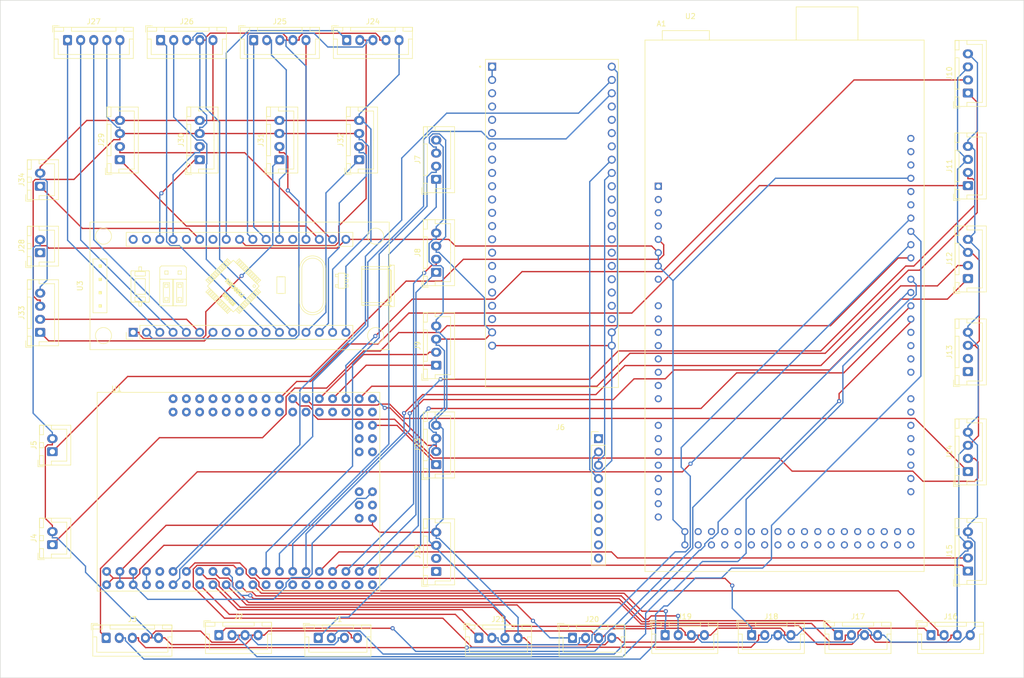
<source format=kicad_pcb>
(kicad_pcb (version 20221018) (generator pcbnew)
  (layers (0 "F.Cu" signal) (31 "B.Cu" signal) (34 "B.Paste" user) (35 "F.Paste" user) (36 "B.SilkS" user "B.Silkscreen") (37 "F.SilkS" user "F.Silkscreen") (38 "B.Mask" user) (39 "F.Mask" user) (44 "Edge.Cuts" user))
  (net 0 "")
  (net 5 "5V")
  (net 6 "GND")
  (net 70 "Dir1")
  (net 71 "Step1")
  (net 72 "Step2")
  (net 73 "Dir2")
  (net 74 "Limit_Pin")
  (net 75 "Dir1_LA")
  (net 76 "PWM_LA")
  (net 77 "Dir2_LA")
  (net 83 "12V")
  (net 84 "3V3")
  (net 85 "GND_ESP")
  (net 86 "SCL")
  (net 87 "SDA")
  (net 94 "E4")
  (net 95 "T4")
  (net 96 "VCC")
  (net 97 "GND_SNC")
  (net 98 "E7")
  (net 99 "T7")
  (net 100 "E10")
  (net 101 "T10")
  (net 102 "E11")
  (net 103 "T11")
  (net 104 "E8")
  (net 105 "T8")
  (net 106 "E5")
  (net 107 "T5")
  (net 108 "ENC_A2")
  (net 109 "ENC_B2")
  (net 110 "E9")
  (net 111 "T9")
  (net 112 "E6")
  (net 113 "T6")
  (net 114 "E1")
  (net 115 "T1")
  (net 116 "E2")
  (net 117 "T2")
  (net 118 "E3")
  (net 119 "T3")
  (net 120 "E16")
  (net 121 "T16")
  (net 122 "E15")
  (net 123 "T15")
  (net 124 "E14")
  (net 125 "ENC_A1")
  (net 126 "ENC_B1")
  (net 127 "E12")
  (net 128 "T12")
  (net 129 "M1")
  (net 130 "M1A")
  (net 131 "M1B")
  (net 132 "VCC_STM")
  (net 133 "GND_STM")
  (net 134 "M2")
  (net 135 "M2A")
  (net 136 "M2B")
  (net 137 "M3")
  (net 138 "M3A")
  (net 139 "M3B")
  (net 140 "M4")
  (net 141 "M4A")
  (net 142 "M4B")
  (net 143 "VCC_PWR")
  (net 144 "ENC_M1A")
  (net 145 "ENC_M1B")
  (net 146 "ENC_M2A")
  (net 147 "ENC_M2B")
  (net 148 "ENC_M3A")
  (net 149 "ENC_M3B")
  (net 150 "ENC_M4A")
  (net 151 "ENC_M4B")
  (net 152 "SM_TX")
  (net 153 "SM_RX")
  (net 154 "PID_")
  (net 155 "Net-(U1-5V-Pad5V_1)")
  (net 156 "Net-(U1-3V3-Pad3V3_1)")
  (net 159 "Uart_TX")
  (net 160 "Uart_RX")
  (net 161 "T14")
  (net 197 "T13")
  (net 198 "E13")
  (net 222 "Net-(U2-3V3-PadJ1_1)")
  (footprint "Connector_JST:JST_XH_B4B-XH-A_1x04_P2.50mm_Vertical" (layer "F.Cu") (at 263.635 35.52 90)
    (fp_text reference "J10")
    (fp_text value "Conn_01x04_Socket")
  )
  (footprint "STM32-BlackPill_Board:YAAJ_BlackPill_1" (layer "F.Cu") (at 104.14 81.28 90)
    (fp_text reference "U3")
    (fp_text value "YAAJ_BlackPill" hide)
  )
  (footprint "Connector_JST:JST_XH_B4B-XH-A_1x04_P2.50mm_Vertical" (layer "F.Cu") (at 86.36 81.28 90)
    (fp_text reference "J33")
    (fp_text value "Conn_01x04_Socket")
  )
  (footprint "Connector_JST:JST_XH_B4B-XH-A_1x04_P2.50mm_Vertical" (layer "F.Cu") (at 120.51 139.175)
    (fp_text reference "J2")
    (fp_text value "Conn_01x04_Socket")
  )
  (footprint "Connector_JST:JST_XH_B4B-XH-A_1x04_P2.50mm_Vertical" (layer "F.Cu") (at 170.18 139.7)
    (fp_text reference "J21")
    (fp_text value "Conn_01x04_Socket")
  )
  (footprint "Connector_JST:JST_XH_B4B-XH-A_1x04_P2.50mm_Vertical" (layer "F.Cu") (at 256.58 139.175)
    (fp_text reference "J16")
    (fp_text value "Conn_01x04_Socket")
  )
  (footprint "Connector_JST:JST_XH_B4B-XH-A_1x04_P2.50mm_Vertical" (layer "F.Cu") (at 101.6 48.26 90)
    (fp_text reference "J29")
    (fp_text value "Conn_01x04_Socket")
  )
  (footprint "Connector_JST:JST_XH_B2B-XH-A_1x02_P2.50mm_Vertical" (layer "F.Cu") (at 88.7 121.88 90)
    (fp_text reference "J4")
    (fp_text value "Conn_01x02_Socket")
  )
  (footprint "Connector_JST:JST_XH_B4B-XH-A_1x04_P2.50mm_Vertical" (layer "F.Cu") (at 263.635 71 90)
    (fp_text reference "J12")
    (fp_text value "Conn_01x04_Socket")
  )
  (footprint "Connector_JST:JST_XH_B4B-XH-A_1x04_P2.50mm_Vertical" (layer "F.Cu") (at 162.035 127 90)
    (fp_text reference "J22")
    (fp_text value "Conn_01x04_Socket")
  )
  (footprint "Connector_JST:JST_XH_B4B-XH-A_1x04_P2.50mm_Vertical" (layer "F.Cu") (at 263.635 53.22 90)
    (fp_text reference "J11")
    (fp_text value "Conn_01x04_Socket")
  )
  (footprint "Connector_JST:JST_XH_B4B-XH-A_1x04_P2.50mm_Vertical" (layer "F.Cu") (at 263.635 88.78 90)
    (fp_text reference "J13")
    (fp_text value "Conn_01x04_Socket")
  )
  (footprint "Connector_JST:JST_XH_B5B-XH-A_1x05_P2.50mm_Vertical" (layer "F.Cu") (at 127.16 25.4)
    (fp_text reference "J25")
    (fp_text value "Conn_01x05_Socket")
  )
  (footprint "Connector_JST:JST_XH_B4B-XH-A_1x04_P2.50mm_Vertical" (layer "F.Cu") (at 222.31 139.175)
    (fp_text reference "J18")
    (fp_text value "Conn_01x04_Socket")
  )
  (footprint "Connector_JST:JST_XH_B4B-XH-A_1x04_P2.50mm_Vertical" (layer "F.Cu") (at 188.08 139.7)
    (fp_text reference "J20")
    (fp_text value "Conn_01x04_Socket")
  )
  (footprint "Connector_JST:JST_XH_B2B-XH-A_1x02_P2.50mm_Vertical" (layer "F.Cu") (at 86.36 53.34 90)
    (fp_text reference "J34")
    (fp_text value "Conn_01x02_Socket")
  )
  (footprint "Connector_JST:JST_XH_B4B-XH-A_1x04_P2.50mm_Vertical" (layer "F.Cu") (at 139.5 139.7)
    (fp_text reference "J1")
    (fp_text value "Conn_01x04_Socket")
  )
  (footprint "Connector_JST:JST_XH_B4B-XH-A_1x04_P2.50mm_Vertical" (layer "F.Cu") (at 116.84 48.26 90)
    (fp_text reference "J30")
    (fp_text value "Conn_01x04_Socket")
  )
  (footprint "Connector_JST:JST_XH_B5B-XH-A_1x05_P2.50mm_Vertical" (layer "F.Cu") (at 98.98 139.7)
    (fp_text reference "J3")
    (fp_text value "Conn_01x05_Socket")
  )
  (footprint "Connector_JST:JST_XH_B4B-XH-A_1x04_P2.50mm_Vertical" (layer "F.Cu") (at 162.035 87.57 90)
    (fp_text reference "J9")
    (fp_text value "Conn_01x04_Socket")
  )
  (footprint "Connector_JST:JST_XH_B4B-XH-A_1x04_P2.50mm_Vertical" (layer "F.Cu") (at 132.08 48.26 90)
    (fp_text reference "J31")
    (fp_text value "Conn_01x04_Socket")
  )
  (footprint "Connector_JST:JST_XH_B5B-XH-A_1x05_P2.50mm_Vertical" (layer "F.Cu") (at 109.38 25.4)
    (fp_text reference "J26")
    (fp_text value "Conn_01x05_Socket")
  )
  (footprint "Connector_JST:JST_XH_B2B-XH-A_1x02_P2.50mm_Vertical" (layer "F.Cu") (at 88.7 104.1 90)
    (fp_text reference "J5")
    (fp_text value "Conn_01x02_Socket")
  )
  (footprint "Arduino A000067_Board:ARDUINO_A000067" (layer "F.Cu") (at 228.6 76.2)
    (fp_text reference "A1")
    (fp_text value "A000067")
  )
  (footprint "Connector_JST:JST_XH_B4B-XH-A_1x04_P2.50mm_Vertical" (layer "F.Cu") (at 162.035 52.01 90)
    (fp_text reference "J7")
    (fp_text value "Conn_01x04_Socket")
  )
  (footprint "Connector_JST:JST_XH_B4B-XH-A_1x04_P2.50mm_Vertical" (layer "F.Cu") (at 162.035 106.56 90)
    (fp_text reference "J23")
    (fp_text value "Conn_01x04_Socket")
  )
  (footprint "Connector_JST:JST_XH_B5B-XH-A_1x05_P2.50mm_Vertical" (layer "F.Cu") (at 91.6 25.4)
    (fp_text reference "J27")
    (fp_text value "Conn_01x05_Socket")
  )
  (footprint "Connector_JST:JST_XH_B5B-XH-A_1x05_P2.50mm_Vertical" (layer "F.Cu") (at 144.94 25.4)
    (fp_text reference "J24")
    (fp_text value "Conn_01x05_Socket")
  )
  (footprint "Connector_JST:JST_XH_B4B-XH-A_1x04_P2.50mm_Vertical" (layer "F.Cu") (at 263.635 107.89 90)
    (fp_text reference "J14")
    (fp_text value "Conn_01x04_Socket")
  )
  (footprint "Connector_JST:JST_XH_B2B-XH-A_1x02_P2.50mm_Vertical" (layer "F.Cu") (at 86.36 66.04 90)
    (fp_text reference "J28")
    (fp_text value "Conn_01x02_Socket")
  )
  (footprint "Connector_JST:JST_XH_B4B-XH-A_1x04_P2.50mm_Vertical" (layer "F.Cu") (at 147.32 48.26 90)
    (fp_text reference "J32")
    (fp_text value "Conn_01x04_Socket")
  )
  (footprint "Connector_JST:JST_XH_B4B-XH-A_1x04_P2.50mm_Vertical" (layer "F.Cu") (at 263.635 126.92 90)
    (fp_text reference "J15")
    (fp_text value "Conn_01x04_Socket")
  )
  (footprint "Connector_PinHeader_2.54mm:PinHeader_1x10_P2.54mm_Vertical" (layer "F.Cu") (at 193.04 101.6)
    (fp_text reference "J6")
    (fp_text value "Conn_01x10_Pin")
  )
  (footprint "Connector_JST:JST_XH_B4B-XH-A_1x04_P2.50mm_Vertical" (layer "F.Cu") (at 205.78 139.175)
    (fp_text reference "J19")
    (fp_text value "Conn_01x04_Socket")
  )
  (footprint "Connector_JST:JST_XH_B4B-XH-A_1x04_P2.50mm_Vertical" (layer "F.Cu") (at 238.88 139.175)
    (fp_text reference "J17")
    (fp_text value "Conn_01x04_Socket")
  )
  (footprint "Atmega2560_Board:MODULE_MEGA_PRO_EMBED_CH340G___ATMEGA2560" (layer "F.Cu") (at 124.26 111.76)
    (fp_text reference "U1")
    (fp_text value "MEGA_PRO_EMBED_CH340G___ATMEGA2560")
  )
  (footprint "Connector_JST:JST_XH_B4B-XH-A_1x04_P2.50mm_Vertical" (layer "F.Cu") (at 162.035 69.79 90)
    (fp_text reference "J8")
    (fp_text value "Conn_01x04_Socket")
  )
  (footprint "ESP32-S3-N8R2_Board:XCVR_ESP32-S3-DEVKITC-1-N8R2" (layer "F.Cu") (at 184.15 60.45)
    (fp_text reference "U2")
    (fp_text value "ESP32-S3-DEVKITC-1-N8R2")
  )
  (gr_line (start 274.32 147.32) (end 78.74 147.32) (stroke (width 0.1)) (layer "Edge.Cuts"))
  (gr_line (start 78.74 17.78) (end 274.32 17.78) (stroke (width 0.1)) (layer "Edge.Cuts"))
  (gr_line (start 274.32 17.78) (end 274.32 147.32) (stroke (width 0.1)) (layer "Edge.Cuts"))
  (gr_line (start 78.74 147.32) (end 78.74 17.78) (stroke (width 0.1)) (layer "Edge.Cuts"))
  (segment (start 204.6621 67.31) (end 167.2246 67.31) (width 0.25) (layer "F.Cu") (net 5))
  (segment (start 205.5011 66.471) (end 204.6621 67.31) (width 0.25) (layer "F.Cu") (net 5))
  (segment (start 138.0449 89.7187) (end 103.0813 89.7187) (width 0.25) (layer "F.Cu") (net 5))
  (segment (start 167.2246 67.31) (end 163.0545 71.4801) (width 0.25) (layer "F.Cu") (net 5))
  (segment (start 103.0813 89.7187) (end 88.7 104.1) (width 0.25) (layer "F.Cu") (net 5))
  (segment (start 204.47 63.5) (end 205.5011 64.5311) (width 0.25) (layer "F.Cu") (net 5))
  (segment (start 205.5011 64.5311) (end 205.5011 66.471) (width 0.25) (layer "F.Cu") (net 5))
  (segment (start 163.0545 71.4801) (end 156.2835 71.4801) (width 0.25) (layer "F.Cu") (net 5))
  (segment (start 156.2835 71.4801) (end 138.0449 89.7187) (width 0.25) (layer "F.Cu") (net 5))
  (segment (start 125.5652 140.979) (end 126.8331 139.7111) (width 0.25) (layer "F.Cu") (net 6))
  (segment (start 87.3538 116.8569) (end 88.7 118.2031) (width 0.25) (layer "F.Cu") (net 6))
  (segment (start 88.7 102.7769) (end 87.8173 102.7769) (width 0.25) (layer "F.Cu") (net 6))
  (segment (start 87.9894 65.1694) (end 87.5369 64.7169) (width 0.25) (layer "F.Cu") (net 6))
  (segment (start 87.5369 64.7169) (end 86.36 64.7169) (width 0.25) (layer "F.Cu") (net 6))
  (segment (start 128.01 139.175) (end 129.1869 139.175) (width 0.25) (layer "F.Cu") (net 6))
  (segment (start 144.78 63.5) (end 143.1106 65.1694) (width 0.25) (layer "F.Cu") (net 6))
  (segment (start 147 139.7) (end 145.8231 139.7) (width 0.25) (layer "F.Cu") (net 6))
  (segment (start 88.7 119.38) (end 88.7 118.2031) (width 0.25) (layer "F.Cu") (net 6))
  (segment (start 130.0004 138.3615) (end 145.0207 138.3615) (width 0.25) (layer "F.Cu") (net 6))
  (segment (start 164.4344 63.5) (end 144.78 63.5) (width 0.25) (layer "F.Cu") (net 6))
  (segment (start 128.01 139.175) (end 126.8331 139.175) (width 0.25) (layer "F.Cu") (net 6))
  (segment (start 204.47 66.04) (end 203.2 64.77) (width 0.25) (layer "F.Cu") (net 6))
  (segment (start 110.1569 139.7) (end 111.4359 140.979) (width 0.25) (layer "F.Cu") (net 6))
  (segment (start 87.8173 102.7769) (end 87.3538 103.2404) (width 0.25) (layer "F.Cu") (net 6))
  (segment (start 145.0207 138.3615) (end 145.8231 139.1639) (width 0.25) (layer "F.Cu") (net 6))
  (segment (start 111.4359 140.979) (end 125.5652 140.979) (width 0.25) (layer "F.Cu") (net 6))
  (segment (start 87.3538 103.2404) (end 87.3538 116.8569) (width 0.25) (layer "F.Cu") (net 6))
  (segment (start 88.7 101.6) (end 88.7 102.7769) (width 0.25) (layer "F.Cu") (net 6))
  (segment (start 86.36 63.54) (end 86.36 64.7169) (width 0.25) (layer "F.Cu") (net 6))
  (segment (start 203.2 64.77) (end 165.7044 64.77) (width 0.25) (layer "F.Cu") (net 6))
  (segment (start 108.98 139.7) (end 110.1569 139.7) (width 0.25) (layer "F.Cu") (net 6))
  (segment (start 145.8231 139.1639) (end 145.8231 139.7) (width 0.25) (layer "F.Cu") (net 6))
  (segment (start 126.8331 139.7111) (end 126.8331 139.175) (width 0.25) (layer "F.Cu") (net 6))
  (segment (start 129.1869 139.175) (end 130.0004 138.3615) (width 0.25) (layer "F.Cu") (net 6))
  (segment (start 165.7044 64.77) (end 164.4344 63.5) (width 0.25) (layer "F.Cu") (net 6))
  (segment (start 143.1106 65.1694) (end 87.9894 65.1694) (width 0.25) (layer "F.Cu") (net 6))
  (segment (start 89.5827 120.5569) (end 95.0338 126.008) (width 0.25) (layer "B.Cu") (net 6))
  (segment (start 252.73 51.816) (end 226.8608 51.816) (width 0.25) (layer "B.Cu") (net 6))
  (segment (start 88.7 101.6) (end 88.7 100.4231) (width 0.25) (layer "B.Cu") (net 6))
  (segment (start 209.55 121.92) (end 209.55 119.38) (width 0.25) (layer "B.Cu") (net 6))
  (segment (start 204.47 66.04) (end 204.47 68.58) (width 0.25) (layer "B.Cu") (net 6))
  (segment (start 88.7 120.5569) (end 89.5827 120.5569) (width 0.25) (layer "B.Cu") (net 6))
  (segment (start 207.2834 117.1134) (end 209.55 119.38) (width 0.25) (layer "B.Cu") (net 6))
  (segment (start 85.0165 65.1777) (end 85.0165 96.7396) (width 0.25) (layer "B.Cu") (net 6))
  (segment (start 207.2834 71.3934) (end 207.2834 117.1134) (width 0.25) (layer "B.Cu") (net 6))
  (segment (start 95.0338 126.008) (end 95.0338 127.1617) (width 0.25) (layer "B.Cu") (net 6))
  (segment (start 226.8608 51.816) (end 207.2834 71.3934) (width 0.25) (layer "B.Cu") (net 6))
  (segment (start 204.47 68.58) (end 207.2834 71.3934) (width 0.25) (layer "B.Cu") (net 6))
  (segment (start 107.8031 139.1639) (end 107.8031 139.7) (width 0.25) (layer "B.Cu") (net 6))
  (segment (start 108.98 139.7) (end 107.8031 139.7) (width 0.25) (layer "B.Cu") (net 6))
  (segment (start 86.36 64.7169) (end 85.4773 64.7169) (width 0.25) (layer "B.Cu") (net 6))
  (segment (start 104.6129 135.9737) (end 107.8031 139.1639) (width 0.25) (layer "B.Cu") (net 6))
  (segment (start 85.0165 96.7396) (end 88.7 100.4231) (width 0.25) (layer "B.Cu") (net 6))
  (segment (start 85.4773 64.7169) (end 85.0165 65.1777) (width 0.25) (layer "B.Cu") (net 6))
  (segment (start 88.7 119.38) (end 88.7 120.5569) (width 0.25) (layer "B.Cu") (net 6))
  (segment (start 86.36 63.54) (end 86.36 64.7169) (width 0.25) (layer "B.Cu") (net 6))
  (segment (start 95.0338 127.1617) (end 103.8458 135.9737) (width 0.25) (layer "B.Cu") (net 6))
  (segment (start 103.8458 135.9737) (end 104.6129 135.9737) (width 0.25) (layer "B.Cu") (net 6))
  (segment (start 252.73 79.2786) (end 239.0159 92.9927) (width 0.25) (layer "F.Cu") (net 70))
  (segment (start 239.0159 92.9927) (end 239.0159 94.4311) (width 0.25) (layer "F.Cu") (net 70))
  (segment (start 252.73 78.74) (end 252.73 79.2786) (width 0.25) (layer "F.Cu") (net 70))
  (via (at 239.0159 94.4311) (size 0.8) (drill 0.4) (layers "F.Cu" "B.Cu") (net 70))
  (segment (start 212.5356 122.9259) (end 212.3504 122.9259) (width 0.25) (layer "B.Cu") (net 70))
  (segment (start 147.4684 138.379) (end 143.321 138.379) (width 0.25) (layer "B.Cu") (net 70))
  (segment (start 198.0162 140.8338) (end 196.0589 142.7911) (width 0.25) (layer "B.Cu") (net 70))
  (segment (start 198.0162 137.2601) (end 198.0162 140.8338) (width 0.25) (layer "B.Cu") (net 70))
  (segment (start 213.36 122.1015) (end 212.5356 122.9259) (width 0.25) (layer "B.Cu") (net 70))
  (segment (start 214.8064 120.65) (end 214.4374 120.65) (width 0.25) (layer "B.Cu") (net 70))
  (segment (start 214.4374 120.65) (end 213.36 121.7274) (width 0.25) (layer "B.Cu") (net 70))
  (segment (start 212.3504 122.9259) (end 198.0162 137.2601) (width 0.25) (layer "B.Cu") (net 70))
  (segment (start 239.0159 94.4311) (end 215.9 117.547) (width 0.25) (layer "B.Cu") (net 70))
  (segment (start 143.321 138.379) (end 142 139.7) (width 0.25) (layer "B.Cu") (net 70))
  (segment (start 196.0589 142.7911) (end 151.8805 142.7911) (width 0.25) (layer "B.Cu") (net 70))
  (segment (start 215.9 117.547) (end 215.9 119.5564) (width 0.25) (layer "B.Cu") (net 70))
  (segment (start 151.8805 142.7911) (end 147.4684 138.379) (width 0.25) (layer "B.Cu") (net 70))
  (segment (start 215.9 119.5564) (end 214.8064 120.65) (width 0.25) (layer "B.Cu") (net 70))
  (segment (start 213.36 121.7274) (end 213.36 122.1015) (width 0.25) (layer "B.Cu") (net 70))
  (segment (start 212.6313 95.8326) (end 219.4368 89.0271) (width 0.25) (layer "F.Cu") (net 71))
  (segment (start 219.4368 89.0271) (end 239.9029 89.0271) (width 0.25) (layer "F.Cu") (net 71))
  (segment (start 239.9029 89.0271) (end 252.73 76.2) (width 0.25) (layer "F.Cu") (net 71))
  (segment (start 160.599 95.8326) (end 212.6313 95.8326) (width 0.25) (layer "F.Cu") (net 71))
  (via (at 160.599 95.8326) (size 0.8) (drill 0.4) (layers "F.Cu" "B.Cu") (net 71))
  (segment (start 145.294 135.7537) (end 159.0684 121.9793) (width 0.25) (layer "B.Cu") (net 71))
  (segment (start 159.0684 121.9793) (end 159.0684 97.3632) (width 0.25) (layer "B.Cu") (net 71))
  (segment (start 159.0684 97.3632) (end 160.599 95.8326) (width 0.25) (layer "B.Cu") (net 71))
  (segment (start 139.5 139.7) (end 143.4463 135.7537) (width 0.25) (layer "B.Cu") (net 71))
  (segment (start 143.4463 135.7537) (end 145.294 135.7537) (width 0.25) (layer "B.Cu") (net 71))
  (segment (start 121.8265 137.8585) (end 153.699 137.8585) (width 0.25) (layer "F.Cu") (net 72))
  (segment (start 120.51 139.175) (end 121.8265 137.8585) (width 0.25) (layer "F.Cu") (net 72))
  (via (at 153.699 137.8585) (size 0.8) (drill 0.4) (layers "F.Cu" "B.Cu") (net 72))
  (segment (start 211.0594 114.7545) (end 211.0594 122.5217) (width 0.25) (layer "B.Cu") (net 72))
  (segment (start 211.0594 122.5217) (end 195.6012 137.9799) (width 0.25) (layer "B.Cu") (net 72))
  (segment (start 192.2848 142.2853) (end 158.1258 142.2853) (width 0.25) (layer "B.Cu") (net 72))
  (segment (start 252.1539 73.66) (end 211.0594 114.7545) (width 0.25) (layer "B.Cu") (net 72))
  (segment (start 195.6012 137.9799) (end 195.4422 137.9799) (width 0.25) (layer "B.Cu") (net 72))
  (segment (start 252.73 73.66) (end 252.1539 73.66) (width 0.25) (layer "B.Cu") (net 72))
  (segment (start 194.33 140.2401) (end 192.2848 142.2853) (width 0.25) (layer "B.Cu") (net 72))
  (segment (start 194.33 139.0921) (end 194.33 140.2401) (width 0.25) (layer "B.Cu") (net 72))
  (segment (start 195.4422 137.9799) (end 194.33 139.0921) (width 0.25) (layer "B.Cu") (net 72))
  (segment (start 158.1258 142.2853) (end 153.699 137.8585) (width 0.25) (layer "B.Cu") (net 72))
  (segment (start 252.89 74.93) (end 253.7449 74.0751) (width 0.25) (layer "B.Cu") (net 73))
  (segment (start 252.5261 74.93) (end 252.89 74.93) (width 0.25) (layer "B.Cu") (net 73))
  (segment (start 124.1869 139.175) (end 124.1869 139.709) (width 0.25) (layer "B.Cu") (net 73))
  (segment (start 202.05 135) (end 206.3864 130.6636) (width 0.25) (layer "B.Cu") (net 73))
  (segment (start 202.05 138.9) (end 202.05 135) (width 0.25) (layer "B.Cu") (net 73))
  (segment (start 221.246 123.512129) (end 221.246 113.229) (width 0.25) (layer "B.Cu") (net 73))
  (segment (start 219.658129 125.1) (end 221.246 123.512129) (width 0.25) (layer "B.Cu") (net 73))
  (segment (start 253.7449 74.0751) (end 253.7449 72.1349) (width 0.25) (layer "B.Cu") (net 73))
  (segment (start 239.7428 87.7133) (end 252.5261 74.93) (width 0.25) (layer "B.Cu") (net 73))
  (segment (start 206.3864 130.6636) (end 207.3379 130.6636) (width 0.25) (layer "B.Cu") (net 73))
  (segment (start 123.01 139.175) (end 124.1869 139.175) (width 0.25) (layer "B.Cu") (net 73))
  (segment (start 207.3379 130.6636) (end 212.9015 125.1) (width 0.25) (layer "B.Cu") (net 73))
  (segment (start 197.6554 143.2946) (end 202.05 138.9) (width 0.25) (layer "B.Cu") (net 73))
  (segment (start 212.9015 125.1) (end 219.658129 125.1) (width 0.25) (layer "B.Cu") (net 73))
  (segment (start 253.7449 72.1349) (end 252.73 71.12) (width 0.25) (layer "B.Cu") (net 73))
  (segment (start 239.7428 94.7322) (end 239.7428 87.7133) (width 0.25) (layer "B.Cu") (net 73))
  (segment (start 127.7725 143.2946) (end 197.6554 143.2946) (width 0.25) (layer "B.Cu") (net 73))
  (segment (start 124.1869 139.709) (end 127.7725 143.2946) (width 0.25) (layer "B.Cu") (net 73))
  (segment (start 221.246 113.229) (end 239.7428 94.7322) (width 0.25) (layer "B.Cu") (net 73))
  (segment (start 109.1586 101.4214) (end 128.851 101.4214) (width 0.25) (layer "F.Cu") (net 74))
  (segment (start 250.317 67.056) (end 252.73 67.056) (width 0.25) (layer "F.Cu") (net 74))
  (segment (start 237.363 80.01) (end 250.317 67.056) (width 0.25) (layer "F.Cu") (net 74))
  (segment (start 128.851 101.4214) (end 133.35 96.9224) (width 0.25) (layer "F.Cu") (net 74))
  (segment (start 162.8102 81.32) (end 164.1202 80.01) (width 0.25) (layer "F.Cu") (net 74))
  (segment (start 151.3577 84.8449) (end 154.8826 81.32) (width 0.25) (layer "F.Cu") (net 74))
  (segment (start 133.35 96.9224) (end 133.35 93.5834) (width 0.25) (layer "F.Cu") (net 74))
  (segment (start 133.35 93.5834) (end 134.9929 91.9405) (width 0.25) (layer "F.Cu") (net 74))
  (segment (start 148.1807 84.8449) (end 151.3577 84.8449) (width 0.25) (layer "F.Cu") (net 74))
  (segment (start 154.8826 81.32) (end 162.8102 81.32) (width 0.25) (layer "F.Cu") (net 74))
  (segment (start 164.1202 80.01) (end 237.363 80.01) (width 0.25) (layer "F.Cu") (net 74))
  (segment (start 88.7 121.88) (end 109.1586 101.4214) (width 0.25) (layer "F.Cu") (net 74))
  (segment (start 134.9929 91.9405) (end 141.0851 91.9405) (width 0.25) (layer "F.Cu") (net 74))
  (segment (start 141.0851 91.9405) (end 148.1807 84.8449) (width 0.25) (layer "F.Cu") (net 74))
  (segment (start 97.8887 138.6087) (end 97.8887 126.4483) (width 0.25) (layer "F.Cu") (net 75))
  (segment (start 98.98 139.7) (end 97.8887 138.6087) (width 0.25) (layer "F.Cu") (net 75))
  (segment (start 97.8887 126.4483) (end 116.387 107.95) (width 0.25) (layer "F.Cu") (net 75))
  (segment (start 116.387 107.95) (end 209.0781 107.95) (width 0.25) (layer "F.Cu") (net 75))
  (segment (start 209.0781 107.95) (end 210.6279 106.4002) (width 0.25) (layer "F.Cu") (net 75))
  (via (at 210.6279 106.4002) (size 0.8) (drill 0.4) (layers "F.Cu" "B.Cu") (net 75))
  (segment (start 252.5121 64.516) (end 210.6279 106.4002) (width 0.25) (layer "B.Cu") (net 75))
  (segment (start 252.73 64.516) (end 252.5121 64.516) (width 0.25) (layer "B.Cu") (net 75))
  (segment (start 254.65 63.896) (end 252.73 61.976) (width 0.25) (layer "B.Cu") (net 76))
  (segment (start 203.95 140.8) (end 203.95 135.2) (width 0.25) (layer "B.Cu") (net 76))
  (segment (start 206.228 133.6) (end 211.5813 128.2467) (width 0.25) (layer "B.Cu") (net 76))
  (segment (start 226.1 124.65) (end 226.1 118.2) (width 0.25) (layer "B.Cu") (net 76))
  (segment (start 216.5533 128.2467) (end 218.44 126.36) (width 0.25) (layer "B.Cu") (net 76))
  (segment (start 224.39 126.36) (end 226.1 124.65) (width 0.25) (layer "B.Cu") (net 76))
  (segment (start 218.44 126.36) (end 224.39 126.36) (width 0.25) (layer "B.Cu") (net 76))
  (segment (start 226.1 118.2) (end 254.65 89.65) (width 0.25) (layer "B.Cu") (net 76))
  (segment (start 200.991 143.759) (end 203.95 140.8) (width 0.25) (layer "B.Cu") (net 76))
  (segment (start 101.48 139.7) (end 102.6569 139.7) (width 0.25) (layer "B.Cu") (net 76))
  (segment (start 254.65 89.65) (end 254.65 63.896) (width 0.25) (layer "B.Cu") (net 76))
  (segment (start 205.55 133.6) (end 206.228 133.6) (width 0.25) (layer "B.Cu") (net 76))
  (segment (start 102.6569 139.7) (end 102.6569 140.2361) (width 0.25) (layer "B.Cu") (net 76))
  (segment (start 203.95 135.2) (end 205.55 133.6) (width 0.25) (layer "B.Cu") (net 76))
  (segment (start 102.6569 140.2361) (end 106.1798 143.759) (width 0.25) (layer "B.Cu") (net 76))
  (segment (start 211.5813 128.2467) (end 216.5533 128.2467) (width 0.25) (layer "B.Cu") (net 76))
  (segment (start 106.1798 143.759) (end 200.991 143.759) (width 0.25) (layer "B.Cu") (net 76))
  (segment (start 106.5002 141.5582) (end 167.861 141.5582) (width 0.25) (layer "F.Cu") (net 77))
  (segment (start 105.1569 140.2149) (end 106.5002 141.5582) (width 0.25) (layer "F.Cu") (net 77))
  (segment (start 105.1569 139.7) (end 105.1569 140.2149) (width 0.25) (layer "F.Cu") (net 77))
  (segment (start 103.98 139.7) (end 105.1569 139.7) (width 0.25) (layer "F.Cu") (net 77))
  (via (at 167.861 141.5582) (size 0.8) (drill 0.4) (layers "F.Cu" "B.Cu") (net 77))
  (segment (start 210.5828 108.7828) (end 210.5828 122.3431) (width 0.25) (layer "B.Cu") (net 77))
  (segment (start 191.7988 139.1421) (end 191.7988 140.3294) (width 0.25) (layer "B.Cu") (net 77))
  (segment (start 208.85 103.316) (end 208.85 107.05) (width 0.25) (layer "B.Cu") (net 77))
  (segment (start 252.73 59.436) (end 208.85 103.316) (width 0.25) (layer "B.Cu") (net 77))
  (segment (start 190.57 141.5582) (end 167.861 141.5582) (width 0.25) (layer "B.Cu") (net 77))
  (segment (start 209.6767 123.2492) (end 207.6917 123.2492) (width 0.25) (layer "B.Cu") (net 77))
  (segment (start 207.6917 123.2492) (end 191.7988 139.1421) (width 0.25) (layer "B.Cu") (net 77))
  (segment (start 208.85 107.05) (end 210.5828 108.7828) (width 0.25) (layer "B.Cu") (net 77))
  (segment (start 210.5828 122.3431) (end 209.6767 123.2492) (width 0.25) (layer "B.Cu") (net 77))
  (segment (start 191.7988 140.3294) (end 190.57 141.5582) (width 0.25) (layer "B.Cu") (net 77))
  (segment (start 106.48 139.7) (end 107.6569 139.7) (width 0.25) (layer "F.Cu") (net 83))
  (segment (start 108.4464 138.3956) (end 107.6569 139.1851) (width 0.25) (layer "F.Cu") (net 83))
  (segment (start 119.1552 140.5248) (end 117.026 138.3956) (width 0.25) (layer "F.Cu") (net 83))
  (segment (start 123.5166 140.5248) (end 119.1552 140.5248) (width 0.25) (layer "F.Cu") (net 83))
  (segment (start 117.026 138.3956) (end 108.4464 138.3956) (width 0.25) (layer "F.Cu") (net 83))
  (segment (start 124.3331 139.7083) (end 123.5166 140.5248) (width 0.25) (layer "F.Cu") (net 83))
  (segment (start 107.6569 139.1851) (end 107.6569 139.7) (width 0.25) (layer "F.Cu") (net 83))
  (segment (start 125.51 139.175) (end 124.3331 139.175) (width 0.25) (layer "F.Cu") (net 83))
  (segment (start 124.3331 139.175) (end 124.3331 139.7083) (width 0.25) (layer "F.Cu") (net 83))
  (segment (start 143.3231 140.2361) (end 142.5563 141.0029) (width 0.25) (layer "B.Cu") (net 83))
  (segment (start 143.3231 139.7) (end 143.3231 140.2361) (width 0.25) (layer "B.Cu") (net 83))
  (segment (start 142.5563 141.0029) (end 127.9999 141.0029) (width 0.25) (layer "B.Cu") (net 83))
  (segment (start 125.51 139.175) (end 126.6869 139.175) (width 0.25) (layer "B.Cu") (net 83))
  (segment (start 126.6869 139.6899) (end 126.6869 139.175) (width 0.25) (layer "B.Cu") (net 83))
  (segment (start 127.9999 141.0029) (end 126.6869 139.6899) (width 0.25) (layer "B.Cu") (net 83))
  (segment (start 144.5 139.7) (end 143.3231 139.7) (width 0.25) (layer "B.Cu") (net 83))
  (segment (start 195.58 83.82) (end 172.72 83.82) (width 0.25) (layer "F.Cu") (net 85))
  (segment (start 196.6724 31.5724) (end 195.58 30.48) (width 0.25) (layer "B.Cu") (net 85))
  (segment (start 195.58 105.8122) (end 195.58 83.82) (width 0.25) (layer "B.Cu") (net 85))
  (segment (start 191.8441 105.3359) (end 191.8441 107.2668) (width 0.25) (layer "B.Cu") (net 85))
  (segment (start 195.58 83.82) (end 195.58 81.28) (width 0.25) (layer "B.Cu") (net 85))
  (segment (start 193.04 104.14) (end 191.8441 105.3359) (width 0.25) (layer "B.Cu") (net 85))
  (segment (start 196.6724 80.1876) (end 196.6724 31.5724) (width 0.25) (layer "B.Cu") (net 85))
  (segment (start 191.8441 107.2668) (end 192.4443 107.867) (width 0.25) (layer "B.Cu") (net 85))
  (segment (start 195.58 81.28) (end 196.6724 80.1876) (width 0.25) (layer "B.Cu") (net 85))
  (segment (start 192.4443 107.867) (end 193.5252 107.867) (width 0.25) (layer "B.Cu") (net 85))
  (segment (start 193.5252 107.867) (end 195.58 105.8122) (width 0.25) (layer "B.Cu") (net 85))
  (segment (start 193.04 105.5031) (end 193.4079 105.5031) (width 0.25) (layer "B.Cu") (net 86))
  (segment (start 194.2169 52.1631) (end 195.58 50.8) (width 0.25) (layer "B.Cu") (net 86))
  (segment (start 194.2169 104.6941) (end 194.2169 52.1631) (width 0.25) (layer "B.Cu") (net 86))
  (segment (start 193.4079 105.5031) (end 194.2169 104.6941) (width 0.25) (layer "B.Cu") (net 86))
  (segment (start 193.04 106.68) (end 193.04 105.5031) (width 0.25) (layer "B.Cu") (net 86))
  (segment (start 191.3731 52.4669) (end 195.58 48.26) (width 0.25) (layer "B.Cu") (net 87))
  (segment (start 193.04 109.22) (end 191.3731 107.5531) (width 0.25) (layer "B.Cu") (net 87))
  (segment (start 191.3731 107.5531) (end 191.3731 52.4669) (width 0.25) (layer "B.Cu") (net 87))
  (segment (start 162.035 52.01) (end 162.035 57.3384) (width 0.25) (layer "B.Cu") (net 94))
  (segment (start 152.9895 66.3839) (end 152.9895 102.6582) (width 0.25) (layer "B.Cu") (net 94))
  (segment (start 152.9895 102.6582) (end 132.08 123.5677) (width 0.25) (layer "B.Cu") (net 94))
  (segment (start 132.08 123.5677) (end 132.08 127) (width 0.25) (layer "B.Cu") (net 94))
  (segment (start 162.035 57.3384) (end 152.9895 66.3839) (width 0.25) (layer "B.Cu") (net 94))
  (segment (start 129.54 123.3664) (end 146.05 106.8564) (width 0.25) (layer "B.Cu") (net 95))
  (segment (start 162.035 49.51) (end 162.035 50.6869) (width 0.25) (layer "B.Cu") (net 95))
  (segment (start 151.1399 66.3074) (end 160.2827 57.1646) (width 0.25) (layer "B.Cu") (net 95))
  (segment (start 160.2827 57.1646) (end 160.2827 51.5565) (width 0.25) (layer "B.Cu") (net 95))
  (segment (start 146.05 106.8564) (end 146.05 87.3764) (width 0.25) (layer "B.Cu") (net 95))
  (segment (start 160.2827 51.5565) (end 161.1523 50.6869) (width 0.25) (layer "B.Cu") (net 95))
  (segment (start 151.1399 82.2865) (end 151.1399 66.3074) (width 0.25) (layer "B.Cu") (net 95))
  (segment (start 161.1523 50.6869) (end 162.035 50.6869) (width 0.25) (layer "B.Cu") (net 95))
  (segment (start 146.05 87.3764) (end 151.1399 82.2865) (width 0.25) (layer "B.Cu") (net 95))
  (segment (start 129.54 127) (end 129.54 123.3664) (width 0.25) (layer "B.Cu") (net 95))
  (segment (start 263.81 102.89) (end 263.635 102.89) (width 0.25) (layer "F.Cu") (net 96))
  (segment (start 172.72 81.28) (end 171.43 82.57) (width 0.25) (layer "F.Cu") (net 96))
  (segment (start 263.635 66) (end 264.3 66) (width 0.25) (layer "F.Cu") (net 96))
  (segment (start 245.0569 139.175) (end 245.0569 139.6899) (width 0.25) (layer "F.Cu") (net 96))
  (segment (start 193.85 139.55) (end 195.492 137.908) (width 0.25) (layer "F.Cu") (net 96))
  (segment (start 104.5202 128.27) (end 105.41 127.3802) (width 0.25) (layer "F.Cu") (net 96))
  (segment (start 264.3 66) (end 265.8 67.5) (width 0.25) (layer "F.Cu") (net 96))
  (segment (start 100.33 128.27) (end 99.06 129.54) (width 0.25) (layer "F.Cu") (net 96))
  (segment (start 193.08 139.658) (end 193.85 139.658) (width 0.25) (layer "F.Cu") (net 96))
  (segment (start 208.8097 137.8667) (end 209.6031 138.6601) (width 0.25) (layer "F.Cu") (net 96))
  (segment (start 100.33 128.27) (end 104.5202 128.27) (width 0.25) (layer "F.Cu") (net 96))
  (segment (start 209.6031 138.6601) (end 209.6031 139.175) (width 0.25) (layer "F.Cu") (net 96))
  (segment (start 265.8 82.9169) (end 264.9369 83.78) (width 0.25) (layer "F.Cu") (net 96))
  (segment (start 105.41 126.5969) (end 110.0069 122) (width 0.25) (layer "F.Cu") (net 96))
  (segment (start 259.5879 140.5263) (end 260.4031 139.7111) (width 0.25) (layer "F.Cu") (net 96))
  (segment (start 110.0069 122) (end 160.7331 122) (width 0.25) (layer "F.Cu") (net 96))
  (segment (start 261.58 139.175) (end 260.4031 139.175) (width 0.25) (layer "F.Cu") (net 96))
  (segment (start 175.18 139.7) (end 175.3 139.58) (width 0.25) (layer "F.Cu") (net 96))
  (segment (start 193.85 139.658) (end 193.85 139.55) (width 0.25) (layer "F.Cu") (net 96))
  (segment (start 245.0569 139.6899) (end 245.8933 140.5263) (width 0.25) (layer "F.Cu") (net 96))
  (segment (start 264.9369 83.78) (end 265.65 84.4931) (width 0.25) (layer "F.Cu") (net 96))
  (segment (start 265.8 67.5) (end 265.8 82.9169) (width 0.25) (layer "F.Cu") (net 96))
  (segment (start 243.88 139.175) (end 245.0569 139.175) (width 0.25) (layer "F.Cu") (net 96))
  (segment (start 105.41 127.3802) (end 105.41 126.5969) (width 0.25) (layer "F.Cu") (net 96))
  (segment (start 171.43 82.57) (end 162.035 82.57) (width 0.25) (layer "F.Cu") (net 96))
  (segment (start 195.492 137.95) (end 203.2269 137.95) (width 0.25) (layer "F.Cu") (net 96))
  (segment (start 203.2269 137.95) (end 203.3102 137.8667) (width 0.25) (layer "F.Cu") (net 96))
  (segment (start 162.035 122) (end 160.7331 122) (width 0.25) (layer "F.Cu") (net 96))
  (segment (start 260.4031 139.7111) (end 260.4031 139.175) (width 0.25) (layer "F.Cu") (net 96))
  (segment (start 203.3102 137.8667) (end 208.8097 137.8667) (width 0.25) (layer "F.Cu") (net 96))
  (segment (start 191.628 138.378) (end 192.95 139.7) (width 0.25) (layer "F.Cu") (net 96))
  (segment (start 175.3 138.378) (end 191.628 138.378) (width 0.25) (layer "F.Cu") (net 96))
  (segment (start 245.8933 140.5263) (end 259.5879 140.5263) (width 0.25) (layer "F.Cu") (net 96))
  (segment (start 265.65 101.05) (end 263.81 102.89) (width 0.25) (layer "F.Cu") (net 96))
  (segment (start 209.6031 139.175) (end 210.78 139.175) (width 0.25) (layer "F.Cu") (net 96))
  (segment (start 265.65 84.4931) (end 265.65 101.05) (width 0.25) (layer "F.Cu") (net 96))
  (segment (start 175.3 139.58) (end 175.3 138.378) (width 0.25) (layer "F.Cu") (net 96))
  (segment (start 263.635 83.78) (end 264.9369 83.78) (width 0.25) (layer "F.Cu") (net 96))
  (segment (start 192.95 139.7) (end 193.08 139.7) (width 0.25) (layer "F.Cu") (net 96))
  (segment (start 100.33 128.27) (end 99.06 127) (width 0.25) (layer "F.Cu") (net 96))
  (segment (start 160.7104 99.5946) (end 160.7104 98.5362) (width 0.25) (layer "B.Cu") (net 96))
  (segment (start 263.47 48.22) (end 263.635 48.22) (width 0.25) (layer "B.Cu") (net 96))
  (segment (start 211.9569 139.175) (end 211.9569 139.6899) (width 0.25) (layer "B.Cu") (net 96))
  (segment (start 211.9569 139.6899) (end 212.7933 140.5263) (width 0.25) (layer "B.Cu") (net 96))
  (segment (start 160.7104 98.5362) (end 163.6122 95.6344) (width 0.25) (layer "B.Cu") (net 96))
  (segment (start 171.2704 74.6874) (end 171.2704 79.8304) (width 0.25) (layer "B.Cu") (net 96))
  (segment (start 160.7104 121.2072) (end 162.035 122.5318) (width 0.25) (layer "B.Cu") (net 96))
  (segment (start 161.3804 43.3315) (end 162.6541 43.3315) (width 0.25) (layer "B.Cu") (net 96))
  (segment (start 263.635 65.985) (end 263.635 66) (width 0.25) (layer "B.Cu") (net 96))
  (segment (start 162.035 82.57) (end 162.035 83.7469) (width 0.25) (layer "B.Cu") (net 96))
  (segment (start 225.3179 140.5263) (end 226.1331 139.7111) (width 0.25) (layer "B.Cu") (net 96))
  (segment (start 160.7315 45.0445) (end 160.7315 43.9804) (width 0.25) (layer "B.Cu") (net 96))
  (segment (start 263.635 121.92) (end 263.635 123.0969) (width 0.25) (layer "B.Cu") (net 96))
  (segment (start 162.035 101.56) (end 162.035 102.7369) (width 0.25) (layer "B.Cu") (net 96))
  (segment (start 161.4989 100.3831) (end 160.7104 99.5946) (width 0.25) (layer "B.Cu") (net 96))
  (segment (start 161.5201 45.8331) (end 160.7315 45.0445) (width 0.25) (layer "B.Cu") (net 96))
  (segment (start 210.78 139.175) (end 211.9569 139.175) (width 0.25) (layer "B.Cu") (net 96))
  (segment (start 163.8399 62.9851) (end 162.035 64.79) (width 0.25) (layer "B.Cu") (net 96))
  (segment (start 162.035 47.01) (end 162.035 45.8331) (width 0.25) (layer "B.Cu") (net 96))
  (segment (start 242.7031 139.6899) (end 241.8667 140.5263) (width 0.25) (layer "B.Cu") (net 96))
  (segment (start 162.035 100.3831) (end 161.4989 100.3831) (width 0.25) (layer "B.Cu") (net 96))
  (segment (start 162.5499 83.7469) (end 162.035 83.7469) (width 0.25) (layer "B.Cu") (net 96))
  (segment (start 241.8667 140.5263) (end 229.3021 140.5263) (width 0.25) (layer "B.Cu") (net 96))
  (segment (start 261.58 124.637) (end 261.58 139.175) (width 0.25) (layer "B.Cu") (net 96))
  (segment (start 162.035 64.79) (end 162.035 65.9669) (width 0.25) (layer "B.Cu") (net 96))
  (segment (start 263.635 48.22) (end 263.635 48.65) (width 0.25) (layer "B.Cu") (net 96))
  (segment (start 243.88 139.175) (end 242.7031 139.175) (width 0.25) (layer "B.Cu") (net 96))
  (segment (start 263.1201 123.0969) (end 261.58 124.637) (width 0.25) (layer "B.Cu") (net 96))
  (segment (start 261.65 64) (end 263.635 65.985) (width 0.25) (layer "B.Cu") (net 96))
  (segment (start 226.1331 139.7111) (end 226.1331 139.175) (width 0.25) (layer "B.Cu") (net 96))
  (segment (start 162.035 102.7369) (end 161.4989 102.7369) (width 0.25) (layer "B.Cu") (net 96))
  (segment (start 160.7104 103.5254) (end 160.7104 121.2072) (width 0.25) (layer "B.Cu") (net 96))
  (segment (start 227.31 139.175) (end 228.4869 139.175) (width 0.25) (layer "B.Cu") (net 96))
  (segment (start 242.7031 139.175) (end 242.7031 139.6899) (width 0.25) (layer "B.Cu") (net 96))
  (segment (start 162.035 65.9669) (end 162.5499 65.9669) (width 0.25) (layer "B.Cu") (net 96))
  (segment (start 229.3021 140.5263) (end 228.4869 139.7111) (width 0.25) (layer "B.Cu") (net 96))
  (segment (start 261.65 50.1) (end 261.65 64) (width 0.25) (layer "B.Cu") (net 96))
  (segment (start 263.635 30.52) (end 263.635 30.665) (width 0.25) (layer "B.Cu") (net 96))
  (segment (start 162.6541 43.3315) (end 163.8399 44.5173) (width 0.25) (layer "B.Cu") (net 96))
  (segment (start 261.65 46.4) (end 263.47 48.22) (width 0.25) (layer "B.Cu") (net 96))
  (segment (start 161.4989 102.7369) (end 160.7104 103.5254) (width 0.25) (layer "B.Cu") (net 96))
  (segment (start 162.035 101.56) (end 162.035 100.3831) (width 0.25) (layer "B.Cu") (net 96))
  (segment (start 263.635 121.92) (end 261.9 120.185) (width 0.25) (layer "B.Cu") (net 96))
  (segment (start 160.7315 43.9804) (end 161.3804 43.3315) (width 0.25) (layer "B.Cu") (net 96))
  (segment (start 171.2704 79.8304) (end 172.72 81.28) (width 0.25) (layer "B.Cu") (net 96))
  (segment (start 261.65 32.65) (end 261.65 46.4) (width 0.25) (layer "B.Cu") (net 96))
  (segment (start 163.6122 95.6344) (end 163.6122 84.8092) (width 0.25) (layer "B.Cu") (net 96))
  (segment (start 261.9 104.625) (end 263.635 102.89) (width 0.25) (layer "B.Cu") (net 96))
  (segment (start 162.5499 65.9669) (end 171.2704 74.6874) (width 0.25) (layer "B.Cu") (net 96))
  (segment (start 263.635 123.0969) (end 263.1201 123.0969) (width 0.25) (layer "B.Cu") (net 96))
  (segment (start 162.035 45.8331) (end 161.5201 45.8331) (width 0.25) (layer "B.Cu") (net 96))
  (segment (start 263.635 30.665) (end 261.65 32.65) (width 0.25) (layer "B.Cu") (net 96))
  (segment (start 263.635 48.65) (end 263.1 48.65) (width 0.25) (layer "B.Cu") (net 96))
  (segment (start 228.4869 139.7111) (end 228.4869 139.175) (width 0.25) (layer "B.Cu") (net 96))
  (segment (start 162.035 122) (end 162.035 122.5318) (width 0.25) (layer "B.Cu") (net 96))
  (segment (start 227.31 139.175) (end 226.1331 139.175) (width 0.25) (layer "B.Cu") (net 96))
  (segment (start 261.9 120.185) (end 261.9 104.625) (width 0.25) (layer "B.Cu") (net 96))
  (segment (start 175.18 135.6768) (end 175.18 139.7) (width 0.25) (layer "B.Cu") (net 96))
  (segment (start 212.7933 140.5263) (end 225.3179 140.5263) (width 0.25) (layer "B.Cu") (net 96))
  (segment (start 163.6122 84.8092) (end 162.5499 83.7469) (width 0.25) (layer "B.Cu") (net 96))
  (segment (start 162.035 122.5318) (end 175.18 135.6768) (width 0.25) (layer "B.Cu") (net 96))
  (segment (start 263.1 48.65) (end 261.65 50.1) (width 0.25) (layer "B.Cu") (net 96))
  (segment (start 163.8399 44.5173) (end 163.8399 62.9851) (width 0.25) (layer "B.Cu") (net 96))
  (segment (start 101.6 127) (end 110.43 118.17) (width 0.25) (layer "F.Cu") (net 97))
  (segment (start 197.5667 140.5098) (end 211.3044 140.5098) (width 0.25) (layer "F.Cu") (net 97))
  (segment (start 149.86 118.17) (end 149.86 116.84) (width 0.25) (layer "F.Cu") (net 97))
  (segment (start 227.8424 137.8482) (end 228.6331 138.6389) (width 0.25) (layer "F.Cu") (net 97))
  (segment (start 180.1745 141.0176) (end 194.2624 141.0176) (width 0.25) (layer "F.Cu") (net 97))
  (segment (start 162.035 119.5) (end 151.19 119.5) (width 0.25) (layer "F.Cu") (net 97))
  (segment (start 196.7569 139.7) (end 197.5667 140.5098) (width 0.25) (layer "F.Cu") (net 97))
  (segment (start 229.81 139.175) (end 228.6331 139.175) (width 0.25) (layer "F.Cu") (net 97))
  (segment (start 178.8569 139.7) (end 180.1745 141.0176) (width 0.25) (layer "F.Cu") (net 97))
  (segment (start 214.4569 139.175) (end 215.7837 137.8482) (width 0.25) (layer "F.Cu") (net 97))
  (segment (start 228.6331 138.6389) (end 228.6331 139.175) (width 0.25) (layer "F.Cu") (net 97))
  (segment (start 194.2624 141.0176) (end 195.58 139.7) (width 0.25) (layer "F.Cu") (net 97))
  (segment (start 195.58 139.7) (end 196.7569 139.7) (width 0.25) (layer "F.Cu") (net 97))
  (segment (start 211.3044 140.5098) (end 212.1031 139.7111) (width 0.25) (layer "F.Cu") (net 97))
  (segment (start 212.1031 139.7111) (end 212.1031 139.175) (width 0.25) (layer "F.Cu") (net 97))
  (segment (start 177.68 139.7) (end 178.8569 139.7) (width 0.25) (layer "F.Cu") (net 97))
  (segment (start 213.28 139.175) (end 214.4569 139.175) (width 0.25) (layer "F.Cu") (net 97))
  (segment (start 215.7837 137.8482) (end 227.8424 137.8482) (width 0.25) (layer "F.Cu") (net 97))
  (segment (start 110.43 118.17) (end 149.86 118.17) (width 0.25) (layer "F.Cu") (net 97))
  (segment (start 213.28 139.175) (end 212.1031 139.175) (width 0.25) (layer "F.Cu") (net 97))
  (segment (start 151.19 119.5) (end 149.86 118.17) (width 0.25) (layer "F.Cu") (net 97))
  (segment (start 164.0641 95.854) (end 164.0641 82.7399) (width 0.25) (layer "B.Cu") (net 97))
  (segment (start 163.3467 99.7832) (end 163.3467 117.0114) (width 0.25) (layer "B.Cu") (net 97))
  (segment (start 264.9596 137.707) (end 264.9596 121.3854) (width 0.25) (layer "B.Cu") (net 97))
  (segment (start 263.635 81.28) (end 263.635 80.1031) (width 0.25) (layer "B.Cu") (net 97))
  (segment (start 162.035 119.5) (end 162.035 118.3231) (width 0.25) (layer "B.Cu") (net 97))
  (segment (start 163.3557 77.5724) (end 163.3557 68.9655) (width 0.25) (layer "B.Cu") (net 97))
  (segment (start 162.035 80.5856) (end 162.035 81.2469) (width 0.25) (layer "B.Cu") (net 97))
  (segment (start 264.9467 46.4432) (end 264.9467 62.2033) (width 0.25) (layer "B.Cu") (net 97))
  (segment (start 162.035 44.51) (end 163.363 45.838) (width 0.25) (layer "B.Cu") (net 97))
  (segment (start 162.035 99.06) (end 162.035 98.4715) (width 0.25) (layer "B.Cu") (net 97))
  (segment (start 263.635 45.72) (end 263.635 45.1315) (width 0.25) (layer "B.Cu") (net 97))
  (segment (start 162.035 78.8931) (end 163.3557 77.5724) (width 0.25) (layer "B.Cu") (net 97))
  (segment (start 246.38 139.175) (end 245.2031 139.175) (width 0.25) (layer "B.Cu") (net 97))
  (segment (start 265.45 102.8458) (end 263.635 101.0308) (width 0.25) (layer "B.Cu") (net 97))
  (segment (start 265.75 77.9881) (end 265.75 65.615) (width 0.25) (layer "B.Cu") (net 97))
  (segment (start 101.6 129.54) (end 101.6 127) (width 0.25) (layer "B.Cu") (net 97))
  (segment (start 265.45 42.7281) (end 263.635 44.5431) (width 0.25) (layer "B.Cu") (net 97))
  (segment (start 163.3467 117.0114) (end 162.035 118.3231) (width 0.25) (layer "B.Cu") (net 97))
  (segment (start 263.635 101.0308) (end 263.635 100.39) (width 0.25) (layer "B.Cu") (net 97))
  (segment (start 263.635 119.42) (end 263.635 120.5969) (width 0.25) (layer "B.Cu") (net 97))
  (segment (start 160.6775 67.7513) (end 160.6775 64.2883) (width 0.25) (layer "B.Cu") (net 97))
  (segment (start 263.4916 139.175) (end 264.9596 137.707) (width 0.25) (layer "B.Cu") (net 97))
  (segment (start 162.035 80.07) (end 162.035 78.8931) (width 0.25) (layer "B.Cu") (net 97))
  (segment (start 245.2031 138.6389) (end 245.2031 139.175) (width 0.25) (layer "B.Cu") (net 97))
  (segment (start 232.2932 137.8687) (end 244.4329 137.8687) (width 0.25) (layer "B.Cu") (net 97))
  (segment (start 162.035 62.29) (end 162.035 61.1131) (width 0.25) (layer "B.Cu") (net 97))
  (segment (start 162.035 80.5856) (end 162.035 80.07) (width 0.25) (layer "B.Cu") (net 97))
  (segment (start 247.5569 139.175) (end 248.8875 140.5056) (width 0.25) (layer "B.Cu") (net 97))
  (segment (start 263.635 80.1031) (end 265.75 77.9881) (width 0.25) (layer "B.Cu") (net 97))
  (segment (start 262.161 140.5056) (end 263.4916 139.175) (width 0.25) (layer "B.Cu") (net 97))
  (segment (start 263.635 100.39) (end 263.635 99.2131) (width 0.25) (layer "B.Cu") (net 97))
  (segment (start 162.035 119.5) (end 162.035 120.6769) (width 0.25) (layer "B.Cu") (net 97))
  (segment (start 244.4329 137.8687) (end 245.2031 138.6389) (width 0.25) (layer "B.Cu") (net 97))
  (segment (start 163.363 45.838) (end 163.363 59.7851) (width 0.25) (layer "B.Cu") (net 97))
  (segment (start 263.635 99.2131) (end 265.6 97.2481) (width 0.25) (layer "B.Cu") (net 97))
  (segment (start 162.035 97.8831) (end 164.0641 95.854) (width 0.25) (layer "B.Cu") (net 97))
  (segment (start 162.5711 120.6769) (end 162.035 120.6769) (width 0.25) (layer "B.Cu") (net 97))
  (segment (start 264.1711 120.5969) (end 263.635 120.5969) (width 0.25) (layer "B.Cu") (net 97))
  (segment (start 264.08 139.175) (end 263.4916 139.175) (width 0.25) (layer "B.Cu") (net 97))
  (segment (start 160.6775 64.2883) (end 161.4989 63.4669) (width 0.25) (layer "B.Cu") (net 97))
  (segment (start 230.9869 139.175) (end 232.2932 137.8687) (width 0.25) (layer "B.Cu") (net 97))
  (segment (start 263.635 45.1315) (end 264.9467 46.4432) (width 0.25) (layer "B.Cu") (net 97))
  (segment (start 162.9297 68.5395) (end 161.4657 68.5395) (width 0.25) (layer "B.Cu") (net 97))
  (segment (start 263.65 63.5) (end 263.635 63.5) (width 0.25) (layer "B.Cu") (net 97))
  (segment (start 229.81 139.175) (end 230.9869 139.175) (width 0.25) (layer "B.Cu") (net 97))
  (segment (start 263.635 119.42) (end 263.635 118.2431) (width 0.25) (layer "B.Cu") (net 97))
  (segment (start 263.635 28.02) (end 263.72 28.02) (width 0.25) (layer "B.Cu") (net 97))
  (segment (start 177.68 135.7858) (end 162.5711 120.6769) (width 0.25) (layer "B.Cu") (net 97))
  (segment (start 265.75 65.615) (end 263.635 63.5) (width 0.25) (layer "B.Cu") (net 97))
  (segment (start 164.0641 82.7399) (end 162.5711 81.2469) (width 0.25) (layer "B.Cu") (net 97))
  (segment (start 265.45 29.75) (end 265.45 42.7281) (width 0.25) (layer "B.Cu") (net 97))
  (segment (start 163.3557 68.9655) (end 162.9297 68.5395) (width 0.25) (layer "B.Cu") (net 97))
  (segment (start 162.035 62.29) (end 162.035 63.4669) (width 0.25) (layer "B.Cu") (net 97))
  (segment (start 264.9467 62.2033) (end 263.65 63.5) (width 0.25) (layer "B.Cu") (net 97))
  (segment (start 162.035 98.4715) (end 163.3467 99.7832) (width 0.25) (layer "B.Cu") (net 97))
  (segment (start 246.38 139.175) (end 247.5569 139.175) (width 0.25) (layer "B.Cu") (net 97))
  (segment (start 265.6 97.2481) (end 265.6 83.8858) (width 0.25) (layer "B.Cu") (net 97))
  (segment (start 177.68 139.7) (end 177.68 135.7858) (width 0.25) (layer "B.Cu") (net 97))
  (segment (start 263.635 118.2431) (end 265.45 116.4281) (width 0.25) (layer "B.Cu") (net 97))
  (segment (start 264.9596 121.3854) (end 264.1711 120.5969) (width 0.25) (layer "B.Cu") (net 97))
  (segment (start 263.635 81.9208) (end 263.635 81.28) (width 0.25) (layer "B.Cu") (net 97))
  (segment (start 263.72 28.02) (end 265.45 29.75) (width 0.25) (layer "B.Cu") (net 97))
  (segment (start 161.4989 63.4669) (end 162.035 63.4669) (width 0.25) (layer "B.Cu") (net 97))
  (segment (start 248.8875 140.5056) (end 262.161 140.5056) (width 0.25) (layer "B.Cu") (net 97))
  (segment (start 265.45 116.4281) (end 265.45 102.8458) (width 0.25) (layer "B.Cu") (net 97))
  (segment (start 161.4657 68.5395) (end 160.6775 67.7513) (width 0.25) (layer "B.Cu") (net 97))
  (segment (start 162.5711 81.2469) (end 162.035 81.2469) (width 0.25) (layer "B.Cu") (net 97))
  (segment (start 162.035 98.4715) (end 162.035 97.8831) (width 0.25) (layer "B.Cu") (net 97))
  (segment (start 163.363 59.7851) (end 162.035 61.1131) (width 0.25) (layer "B.Cu") (net 97))
  (segment (start 265.6 83.8858) (end 263.635 81.9208) (width 0.25) (layer "B.Cu") (net 97))
  (segment (start 263.635 44.5431) (end 263.635 45.1315) (width 0.25) (layer "B.Cu") (net 97))
  (segment (start 158.1646 73.6604) (end 162.035 69.79) (width 0.25) (layer "B.Cu") (net 98))
  (segment (start 147.32 127) (end 158.1646 116.1554) (width 0.25) (layer "B.Cu") (net 98))
  (segment (start 158.1646 116.1554) (end 158.1646 73.6604) (width 0.25) (layer "B.Cu") (net 98))
  (segment (start 162.035 68.4669) (end 161.1721 68.4669) (width 0.25) (layer "F.Cu") (net 99))
  (segment (start 161.1721 68.4669) (end 159.7331 69.9059) (width 0.25) (layer "F.Cu") (net 99))
  (segment (start 162.035 67.29) (end 162.035 68.4669) (width 0.25) (layer "F.Cu") (net 99))
  (via (at 159.7331 69.9059) (size 0.8) (drill 0.4) (layers "F.Cu" "B.Cu") (net 99))
  (segment (start 157.7112 114.0688) (end 157.7112 71.9278) (width 0.25) (layer "B.Cu") (net 99))
  (segment (start 157.7112 71.9278) (end 159.7331 69.9059) (width 0.25) (layer "B.Cu") (net 99))
  (segment (start 144.78 127) (end 157.7112 114.0688) (width 0.25) (layer "B.Cu") (net 99))
  (segment (start 162.035 87.57) (end 148.65 87.57) (width 0.25) (layer "F.Cu") (net 100))
  (segment (start 148.65 87.57) (end 142.24 93.98) (width 0.25) (layer "F.Cu") (net 100))
  (segment (start 148.1581 85.5219) (end 160.2812 85.5219) (width 0.25) (layer "F.Cu") (net 101))
  (segment (start 160.2812 85.5219) (end 160.7331 85.07) (width 0.25) (layer "F.Cu") (net 101))
  (segment (start 139.7 93.98) (end 148.1581 85.5219) (width 0.25) (layer "F.Cu") (net 101))
  (segment (start 162.035 85.07) (end 160.7331 85.07) (width 0.25) (layer "F.Cu") (net 101))
  (segment (start 263.635 35.52) (end 265.401 37.286) (width 0.25) (layer "F.Cu") (net 102))
  (segment (start 192.7553 91.5842) (end 149.7158 91.5842) (width 0.25) (layer "F.Cu") (net 102))
  (segment (start 236.3673 85.2827) (end 199.0568 85.2827) (width 0.25) (layer "F.Cu") (net 102))
  (segment (start 199.0568 85.2827) (end 192.7553 91.5842) (width 0.25) (layer "F.Cu") (net 102))
  (segment (start 252.25 69.4) (end 236.3673 85.2827) (width 0.25) (layer "F.Cu") (net 102))
  (segment (start 254.4 69.4) (end 252.25 69.4) (width 0.25) (layer "F.Cu") (net 102))
  (segment (start 265.401 37.286) (end 265.401 58.399) (width 0.25) (layer "F.Cu") (net 102))
  (segment (start 149.7158 91.5842) (end 147.32 93.98) (width 0.25) (layer "F.Cu") (net 102))
  (segment (start 265.401 58.399) (end 254.4 69.4) (width 0.25) (layer "F.Cu") (net 102))
  (segment (start 173.1824 74.93) (end 178.4405 69.6719) (width 0.25) (layer "F.Cu") (net 103))
  (segment (start 157.4684 74.93) (end 173.1824 74.93) (width 0.25) (layer "F.Cu") (net 103))
  (segment (start 178.4405 69.6719) (end 205.2124 69.6719) (width 0.25) (layer "F.Cu") (net 103))
  (segment (start 150.413 81.9854) (end 157.4684 74.93) (width 0.25) (layer "F.Cu") (net 103))
  (segment (start 205.2124 69.6719) (end 241.8643 33.02) (width 0.25) (layer "F.Cu") (net 103))
  (segment (start 241.8643 33.02) (end 263.635 33.02) (width 0.25) (layer "F.Cu") (net 103))
  (via (at 150.413 81.9854) (size 0.8) (drill 0.4) (layers "F.Cu" "B.Cu") (net 103))
  (segment (start 150.413 81.9854) (end 144.78 87.6184) (width 0.25) (layer "B.Cu") (net 103))
  (segment (start 144.78 87.6184) (end 144.78 93.98) (width 0.25) (layer "B.Cu") (net 103))
  (segment (start 150.9013 83.4995) (end 145.2214 83.4995) (width 0.25) (layer "F.Cu") (net 104))
  (segment (start 199.4267 77.5859) (end 156.8149 77.5859) (width 0.25) (layer "F.Cu") (net 104))
  (segment (start 223.7926 53.22) (end 199.4267 77.5859) (width 0.25) (layer "F.Cu") (net 104))
  (segment (start 138.0506 90.6703) (end 135.3897 90.6703) (width 0.25) (layer "F.Cu") (net 104))
  (segment (start 135.3897 90.6703) (end 132.08 93.98) (width 0.25) (layer "F.Cu") (net 104))
  (segment (start 156.8149 77.5859) (end 150.9013 83.4995) (width 0.25) (layer "F.Cu") (net 104))
  (segment (start 263.635 53.22) (end 223.7926 53.22) (width 0.25) (layer "F.Cu") (net 104))
  (segment (start 145.2214 83.4995) (end 138.0506 90.6703) (width 0.25) (layer "F.Cu") (net 104))
  (segment (start 264.9491 56.9509) (end 253.3 68.6) (width 0.25) (layer "F.Cu") (net 105))
  (segment (start 251.75 68.6) (end 235.5192 84.8308) (width 0.25) (layer "F.Cu") (net 105))
  (segment (start 264.5177 51.8969) (end 264.9491 52.3283) (width 0.25) (layer "F.Cu") (net 105))
  (segment (start 264.9491 52.3283) (end 264.9491 56.9509) (width 0.25) (layer "F.Cu") (net 105))
  (segment (start 191.4034 90.2516) (end 162.8853 90.2516) (width 0.25) (layer "F.Cu") (net 105))
  (segment (start 253.3 68.6) (end 251.75 68.6) (width 0.25) (layer "F.Cu") (net 105))
  (segment (start 263.635 50.72) (end 263.635 51.8969) (width 0.25) (layer "F.Cu") (net 105))
  (segment (start 235.5192 84.8308) (end 196.8242 84.8308) (width 0.25) (layer "F.Cu") (net 105))
  (segment (start 263.635 51.8969) (end 264.5177 51.8969) (width 0.25) (layer "F.Cu") (net 105))
  (segment (start 196.8242 84.8308) (end 191.4034 90.2516) (width 0.25) (layer "F.Cu") (net 105))
  (via (at 162.8853 90.2516) (size 0.8) (drill 0.4) (layers "F.Cu" "B.Cu") (net 105))
  (segment (start 158.6165 94.5204) (end 162.8853 90.2516) (width 0.25) (layer "B.Cu") (net 105))
  (segment (start 158.6165 118.2435) (end 158.6165 94.5204) (width 0.25) (layer "B.Cu") (net 105))
  (segment (start 149.86 127) (end 158.6165 118.2435) (width 0.25) (layer "B.Cu") (net 105))
  (segment (start 159.6143 94.1338) (end 195.8688 94.1338) (width 0.25) (layer "F.Cu") (net 106))
  (segment (start 207.493 88.4742) (end 237.205 88.4742) (width 0.25) (layer "F.Cu") (net 106))
  (segment (start 156.9831 96.765) (end 159.6143 94.1338) (width 0.25) (layer "F.Cu") (net 106))
  (segment (start 237.205 88.4742) (end 250.7492 74.93) (width 0.25) (layer "F.Cu") (net 106))
  (segment (start 205.7972 90.17) (end 207.493 88.4742) (width 0.25) (layer "F.Cu") (net 106))
  (segment (start 250.7492 74.93) (end 259.705 74.93) (width 0.25) (layer "F.Cu") (net 106))
  (segment (start 195.8688 94.1338) (end 199.8326 90.17) (width 0.25) (layer "F.Cu") (net 106))
  (segment (start 259.705 74.93) (end 263.635 71) (width 0.25) (layer "F.Cu") (net 106))
  (segment (start 199.8326 90.17) (end 205.7972 90.17) (width 0.25) (layer "F.Cu") (net 106))
  (via (at 156.9831 96.765) (size 0.8) (drill 0.4) (layers "F.Cu" "B.Cu") (net 106))
  (segment (start 156.9831 99.9798) (end 156.9831 96.765) (width 0.25) (layer "B.Cu") (net 106))
  (segment (start 137.16 119.8029) (end 156.9831 99.9798) (width 0.25) (layer "B.Cu") (net 106))
  (segment (start 137.16 127) (end 137.16 119.8029) (width 0.25) (layer "B.Cu") (net 106))
  (segment (start 155.8933 96.731) (end 159.436 93.1883) (width 0.25) (layer "F.Cu") (net 107))
  (segment (start 192.5357 93.1883) (end 198.094 87.63) (width 0.25) (layer "F.Cu") (net 107))
  (segment (start 198.094 87.63) (end 235.5323 87.63) (width 0.25) (layer "F.Cu") (net 107))
  (segment (start 250.7723 72.39) (end 257.81 72.39) (width 0.25) (layer "F.Cu") (net 107))
  (segment (start 159.436 93.1883) (end 192.5357 93.1883) (width 0.25) (layer "F.Cu") (net 107))
  (segment (start 257.81 72.39) (end 261.7 68.5) (width 0.25) (layer "F.Cu") (net 107))
  (segment (start 235.5323 87.63) (end 250.7723 72.39) (width 0.25) (layer "F.Cu") (net 107))
  (segment (start 261.7 68.5) (end 263.635 68.5) (width 0.25) (layer "F.Cu") (net 107))
  (via (at 155.8933 96.731) (size 0.8) (drill 0.4) (layers "F.Cu" "B.Cu") (net 107))
  (segment (start 155.8933 96.731) (end 155.8933 100.4119) (width 0.25) (layer "B.Cu") (net 107))
  (segment (start 155.8933 100.4119) (end 134.62 121.6852) (width 0.25) (layer "B.Cu") (net 107))
  (segment (start 134.62 121.6852) (end 134.62 127) (width 0.25) (layer "B.Cu") (net 107))
  (segment (start 138.3626 95.1826) (end 150.8668 95.1826) (width 0.25) (layer "F.Cu") (net 110))
  (segment (start 150.8668 95.1826) (end 151.0488 95.0006) (width 0.25) (layer "F.Cu") (net 110))
  (segment (start 151.0488 95.0006) (end 153.135 95.0006) (width 0.25) (layer "F.Cu") (net 110))
  (segment (start 253.4807 97.7357) (end 263.635 107.89) (width 0.25) (layer "F.Cu") (net 110))
  (segment (start 153.135 95.0006) (end 155.8701 97.7357) (width 0.25) (layer "F.Cu") (net 110))
  (segment (start 155.8701 97.7357) (end 253.4807 97.7357) (width 0.25) (layer "F.Cu") (net 110))
  (segment (start 137.16 93.98) (end 138.3626 95.1826) (width 0.25) (layer "F.Cu") (net 110))
  (segment (start 265.55 106.05) (end 264.89 105.39) (width 0.25) (layer "F.Cu") (net 111))
  (segment (start 137.6679 95.3549) (end 138.43 96.117) (width 0.25) (layer "F.Cu") (net 111))
  (segment (start 255.0268 109.75) (end 264.925 109.75) (width 0.25) (layer "F.Cu") (net 111))
  (segment (start 264.925 109.75) (end 265.55 109.125) (width 0.25) (layer "F.Cu") (net 111))
  (segment (start 138.43 96.117) (end 138.43 96.9003) (width 0.25) (layer "F.Cu") (net 111))
  (segment (start 227.5398 105.3169) (end 230.042 107.8191) (width 0.25) (layer "F.Cu") (net 111))
  (segment (start 230.042 107.8191) (end 253.0959 107.8191) (width 0.25) (layer "F.Cu") (net 111))
  (segment (start 138.43 96.9003) (end 139.4246 97.8949) (width 0.25) (layer "F.Cu") (net 111))
  (segment (start 154.0805 97.8949) (end 161.5025 105.3169) (width 0.25) (layer "F.Cu") (net 111))
  (segment (start 264.89 105.39) (end 263.635 105.39) (width 0.25) (layer "F.Cu") (net 111))
  (segment (start 135.9949 95.3549) (end 137.6679 95.3549) (width 0.25) (layer "F.Cu") (net 111))
  (segment (start 134.62 93.98) (end 135.9949 95.3549) (width 0.25) (layer "F.Cu") (net 111))
  (segment (start 161.5025 105.3169) (end 227.5398 105.3169) (width 0.25) (layer "F.Cu") (net 111))
  (segment (start 139.4246 97.8949) (end 154.0805 97.8949) (width 0.25) (layer "F.Cu") (net 111))
  (segment (start 265.55 109.125) (end 265.55 106.05) (width 0.25) (layer "F.Cu") (net 111))
  (segment (start 253.0959 107.8191) (end 255.0268 109.75) (width 0.25) (layer "F.Cu") (net 111))
  (segment (start 143.4347 125.8053) (end 142.24 127) (width 0.25) (layer "F.Cu") (net 112))
  (segment (start 262.5203 125.8053) (end 143.4347 125.8053) (width 0.25) (layer "F.Cu") (net 112))
  (segment (start 263.635 126.92) (end 262.5203 125.8053) (width 0.25) (layer "F.Cu") (net 112))
  (segment (start 196.6779 124.42) (end 195.521 123.2631) (width 0.25) (layer "F.Cu") (net 113))
  (segment (start 195.521 123.2631) (end 143.4369 123.2631) (width 0.25) (layer "F.Cu") (net 113))
  (segment (start 263.635 124.42) (end 196.6779 124.42) (width 0.25) (layer "F.Cu") (net 113))
  (segment (start 143.4369 123.2631) (end 139.7 127) (width 0.25) (layer "F.Cu") (net 113))
  (segment (start 203.1495 137.3883) (end 231.297 137.3883) (width 0.25) (layer "F.Cu") (net 114))
  (segment (start 255.2561 137.8511) (end 256.58 139.175) (width 0.25) (layer "F.Cu") (net 114))
  (segment (start 234.8529 140.9442) (end 241.4623 140.9442) (width 0.25) (layer "F.Cu") (net 114))
  (segment (start 172.9687 133.8518) (end 176.615 137.4981) (width 0.25) (layer "F.Cu") (net 114))
  (segment (start 116.84 127) (end 118.2149 128.3749) (width 0.25) (layer "F.Cu") (net 114))
  (segment (start 203.0397 137.4981) (end 203.1495 137.3883) (width 0.25) (layer "F.Cu") (net 114))
  (segment (start 243.3899 137.8511) (end 255.2561 137.8511) (width 0.25) (layer "F.Cu") (net 114))
  (segment (start 120.5451 129.0524) (end 120.5451 129.8218) (width 0.25) (layer "F.Cu") (net 114))
  (segment (start 231.297 137.3883) (end 234.8529 140.9442) (width 0.25) (layer "F.Cu") (net 114))
  (segment (start 176.615 137.4981) (end 203.0397 137.4981) (width 0.25) (layer "F.Cu") (net 114))
  (segment (start 242.63 138.611) (end 243.3899 137.8511) (width 0.25) (layer "F.Cu") (net 114))
  (segment (start 120.5451 129.8218) (end 124.5751 133.8518) (width 0.25) (layer "F.Cu") (net 114))
  (segment (start 242.63 139.7765) (end 242.63 138.611) (width 0.25) (layer "F.Cu") (net 114))
  (segment (start 118.2149 128.3749) (end 119.8676 128.3749) (width 0.25) (layer "F.Cu") (net 114))
  (segment (start 119.8676 128.3749) (end 120.5451 129.0524) (width 0.25) (layer "F.Cu") (net 114))
  (segment (start 241.4623 140.9442) (end 242.63 139.7765) (width 0.25) (layer "F.Cu") (net 114))
  (segment (start 124.5751 133.8518) (end 172.9687 133.8518) (width 0.25) (layer "F.Cu") (net 114))
  (segment (start 128.1651 129.0574) (end 127.3777 128.27) (width 0.25) (layer "F.Cu") (net 115))
  (segment (start 257.9031 138.2923) (end 250.3191 130.7083) (width 0.25) (layer "F.Cu") (net 115))
  (segment (start 259.08 139.175) (end 257.9031 139.175) (width 0.25) (layer "F.Cu") (net 115))
  (segment (start 125.73 127.429) (end 125.73 126.5906) (width 0.25) (layer "F.Cu") (net 115))
  (segment (start 124.5169 125.3775) (end 115.9225 125.3775) (width 0.25) (layer "F.Cu") (net 115))
  (segment (start 257.9031 139.175) (end 257.9031 138.2923) (width 0.25) (layer "F.Cu") (net 115))
  (segment (start 129.0442 130.7083) (end 128.1651 129.8292) (width 0.25) (layer "F.Cu") (net 115))
  (segment (start 115.9225 125.3775) (end 114.3 127) (width 0.25) (layer "F.Cu") (net 115))
  (segment (start 127.3777 128.27) (end 126.571 128.27) (width 0.25) (layer "F.Cu") (net 115))
  (segment (start 250.3191 130.7083) (end 129.0442 130.7083) (width 0.25) (layer "F.Cu") (net 115))
  (segment (start 125.73 126.5906) (end 124.5169 125.3775) (width 0.25) (layer "F.Cu") (net 115))
  (segment (start 126.571 128.27) (end 125.73 127.429) (width 0.25) (layer "F.Cu") (net 115))
  (segment (start 128.1651 129.8292) (end 128.1651 129.0574) (width 0.25) (layer "F.Cu") (net 115))
  (segment (start 202.8446 136.415) (end 236.12 136.415) (width 0.25) (layer "F.Cu") (net 116))
  (segment (start 126.5084 131.5822) (end 127.1219 132.1957) (width 0.25) (layer "F.Cu") (net 116))
  (segment (start 201.3542 136.5943) (end 202.6653 136.5943) (width 0.25) (layer "F.Cu") (net 116))
  (segment (start 196.9556 132.1957) (end 201.3542 136.5943) (width 0.25) (layer "F.Cu") (net 116))
  (segment (start 127.1219 132.1957) (end 196.9556 132.1957) (width 0.25) (layer "F.Cu") (net 116))
  (segment (start 202.6653 136.5943) (end 202.8446 136.415) (width 0.25) (layer "F.Cu") (net 116))
  (segment (start 236.12 136.415) (end 238.88 139.175) (width 0.25) (layer "F.Cu") (net 116))
  (via (at 126.5084 131.5822) (size 0.8) (drill 0.4) (layers "F.Cu" "B.Cu") (net 116))
  (segment (start 121.92 127) (end 123.0851 128.1651) (width 0.25) (layer "B.Cu") (net 116))
  (segment (start 123.0851 129.8303) (end 124.837 131.5822) (width 0.25) (layer "B.Cu") (net 116))
  (segment (start 124.837 131.5822) (end 126.5084 131.5822) (width 0.25) (layer "B.Cu") (net 116))
  (segment (start 123.0851 128.1651) (end 123.0851 129.8303) (width 0.25) (layer "B.Cu") (net 116))
  (segment (start 122.3208 128.27) (end 123.19 129.1392) (width 0.25) (layer "F.Cu") (net 117))
  (segment (start 237.292 140.4851) (end 239.7757 140.4851) (width 0.25) (layer "F.Cu") (net 117))
  (segment (start 197.0533 132.9325) (end 201.167 137.0462) (width 0.25) (layer "F.Cu") (net 117))
  (segment (start 202.9623 136.9364) (end 233.7433 136.9364) (width 0.25) (layer "F.Cu") (net 117))
  (segment (start 123.19 129.1392) (end 123.19 129.9312) (width 0.25) (layer "F.Cu") (net 117))
  (segment (start 126.1913 132.9325) (end 197.0533 132.9325) (width 0.25) (layer "F.Cu") (net 117))
  (segment (start 239.7757 140.4851) (end 240.2031 140.0577) (width 0.25) (layer "F.Cu") (net 117))
  (segment (start 201.167 137.0462) (end 202.8525 137.0462) (width 0.25) (layer "F.Cu") (net 117))
  (segment (start 119.38 127) (end 120.65 128.27) (width 0.25) (layer "F.Cu") (net 117))
  (segment (start 123.19 129.9312) (end 126.1913 132.9325) (width 0.25) (layer "F.Cu") (net 117))
  (segment (start 241.38 139.175) (end 240.2031 139.175) (width 0.25) (layer "F.Cu") (net 117))
  (segment (start 120.65 128.27) (end 122.3208 128.27) (width 0.25) (layer "F.Cu") (net 117))
  (segment (start 233.7433 136.9364) (end 237.292 140.4851) (width 0.25) (layer "F.Cu") (net 117))
  (segment (start 240.2031 140.0577) (end 240.2031 139.175) (width 0.25) (layer "F.Cu") (net 117))
  (segment (start 202.8525 137.0462) (end 202.9623 136.9364) (width 0.25) (layer "F.Cu") (net 117))
  (segment (start 218.6 129.7) (end 217.2233 128.3233) (width 0.25) (layer "F.Cu") (net 118))
  (segment (start 128.3233 128.3233) (end 127 127) (width 0.25) (layer "F.Cu") (net 118))
  (segment (start 217.2233 128.3233) (end 128.3233 128.3233) (width 0.25) (layer "F.Cu") (net 118))
  (via (at 218.6 129.7) (size 0.8) (drill 0.4) (layers "F.Cu" "B.Cu") (net 118))
  (segment (start 222.31 137.76) (end 222.31 139.175) (width 0.25) (layer "B.Cu") (net 118))
  (segment (start 218.6 134.05) (end 222.31 137.76) (width 0.25) (layer "B.Cu") (net 118))
  (segment (start 218.6 129.7) (end 218.6 134.05) (width 0.25) (layer "B.Cu") (net 118))
  (segment (start 115.6242 129.9788) (end 121.5797 135.9343) (width 0.25) (layer "F.Cu") (net 119))
  (segment (start 223.6331 140.0577) (end 223.6331 139.175) (width 0.25) (layer "F.Cu") (net 119))
  (segment (start 222.204 141.4868) (end 223.6331 140.0577) (width 0.25) (layer "F.Cu") (net 119))
  (segment (start 224.81 139.175) (end 223.6331 139.175) (width 0.25) (layer "F.Cu") (net 119))
  (segment (start 168.8529 141.4868) (end 222.204 141.4868) (width 0.25) (layer "F.Cu") (net 119))
  (segment (start 163.3004 135.9343) (end 168.8529 141.4868) (width 0.25) (layer "F.Cu") (net 119))
  (segment (start 115.6242 126.552) (end 115.6242 129.9788) (width 0.25) (layer "F.Cu") (net 119))
  (segment (start 124.46 127) (end 123.2929 125.8329) (width 0.25) (layer "F.Cu") (net 119))
  (segment (start 116.3433 125.8329) (end 115.6242 126.552) (width 0.25) (layer "F.Cu") (net 119))
  (segment (start 121.5797 135.9343) (end 163.3004 135.9343) (width 0.25) (layer "F.Cu") (net 119))
  (segment (start 123.2929 125.8329) (end 116.3433 125.8329) (width 0.25) (layer "F.Cu") (net 119))
  (segment (start 201.3615 134.6) (end 197.9217 131.1602) (width 0.25) (layer "F.Cu") (net 120))
  (segment (start 205.9 134.6) (end 201.3615 134.6) (width 0.25) (layer "F.Cu") (net 120))
  (segment (start 197.9217 131.1602) (end 128.6202 131.1602) (width 0.25) (layer "F.Cu") (net 120))
  (segment (start 128.6202 131.1602) (end 127 129.54) (width 0.25) (layer "F.Cu") (net 120))
  (via (at 205.9 134.6) (size 0.8) (drill 0.4) (layers "F.Cu" "B.Cu") (net 120))
  (segment (start 205.9 136.35) (end 205.78 136.47) (width 0.25) (layer "B.Cu") (net 120))
  (segment (start 205.9 134.6) (end 205.9 136.35) (width 0.25) (layer "B.Cu") (net 120))
  (segment (start 205.78 136.47) (end 205.78 139.175) (width 0.25) (layer "B.Cu") (net 120))
  (segment (start 126.8095 130.8553) (end 125.7753 130.8553) (width 0.25) (layer "F.Cu") (net 121))
  (segment (start 197.4007 131.6671) (end 127.6213 131.6671) (width 0.25) (layer "F.Cu") (net 121))
  (segment (start 203.1205 135.5) (end 202.4781 136.1424) (width 0.25) (layer "F.Cu") (net 121))
  (segment (start 201.876 136.1424) (end 197.4007 131.6671) (width 0.25) (layer "F.Cu") (net 121))
  (segment (start 202.4781 136.1424) (end 201.876 136.1424) (width 0.25) (layer "F.Cu") (net 121))
  (segment (start 125.7753 130.8553) (end 124.46 129.54) (width 0.25) (layer "F.Cu") (net 121))
  (segment (start 208.25 135.5) (end 203.1205 135.5) (width 0.25) (layer "F.Cu") (net 121))
  (segment (start 127.6213 131.6671) (end 126.8095 130.8553) (width 0.25) (layer "F.Cu") (net 121))
  (via (at 208.25 135.5) (size 0.8) (drill 0.4) (layers "F.Cu" "B.Cu") (net 121))
  (segment (start 208.25 139.145) (end 208.28 139.175) (width 0.25) (layer "B.Cu") (net 121))
  (segment (start 208.25 135.5) (end 208.25 139.145) (width 0.25) (layer "B.Cu") (net 121))
  (segment (start 125.7799 133.3999) (end 121.92 129.54) (width 0.25) (layer "F.Cu") (net 122))
  (segment (start 180.5278 136.4442) (end 177.4835 133.3999) (width 0.25) (layer "F.Cu") (net 122))
  (segment (start 177.4835 133.3999) (end 125.7799 133.3999) (width 0.25) (layer "F.Cu") (net 122))
  (via (at 180.5278 136.4442) (size 0.8) (drill 0.4) (layers "F.Cu" "B.Cu") (net 122))
  (segment (start 188.08 139.7) (end 183.7836 139.7) (width 0.25) (layer "B.Cu") (net 122))
  (segment (start 183.7836 139.7) (end 180.5278 136.4442) (width 0.25) (layer "B.Cu") (net 122))
  (segment (start 166.9895 134.3037) (end 172.3858 139.7) (width 0.25) (layer "F.Cu") (net 123))
  (segment (start 172.3858 139.7) (end 172.68 139.7) (width 0.25) (layer "F.Cu") (net 123))
  (segment (start 119.38 129.54) (end 124.1437 134.3037) (width 0.25) (layer "F.Cu") (net 123))
  (segment (start 124.1437 134.3037) (end 166.9895 134.3037) (width 0.25) (layer "F.Cu") (net 123))
  (segment (start 172.68 139.7) (end 173.8569 139.7) (width 0.25) (layer "B.Cu") (net 123))
  (segment (start 188.9829 141.0029) (end 174.6237 141.0029) (width 0.25) (layer "B.Cu") (net 123))
  (segment (start 190.58 139.7) (end 189.4031 139.7) (width 0.25) (layer "B.Cu") (net 123))
  (segment (start 174.6237 141.0029) (end 173.8569 140.2361) (width 0.25) (layer "B.Cu") (net 123))
  (segment (start 189.4031 139.7) (end 189.4031 140.5827) (width 0.25) (layer "B.Cu") (net 123))
  (segment (start 173.8569 140.2361) (end 173.8569 139.7) (width 0.25) (layer "B.Cu") (net 123))
  (segment (start 189.4031 140.5827) (end 188.9829 141.0029) (width 0.25) (layer "B.Cu") (net 123))
  (segment (start 122.5049 135.2049) (end 116.84 129.54) (width 0.25) (layer "F.Cu") (net 124))
  (segment (start 170.18 139.7) (end 165.6849 135.2049) (width 0.25) (layer "F.Cu") (net 124))
  (segment (start 165.6849 135.2049) (end 122.5049 135.2049) (width 0.25) (layer "F.Cu") (net 124))
  (segment (start 149.86 99.06) (end 154.535 99.06) (width 0.25) (layer "F.Cu") (net 127))
  (segment (start 154.535 99.06) (end 162.035 106.56) (width 0.25) (layer "F.Cu") (net 127))
  (segment (start 162.035 104.06) (end 162.035 102.8831) (width 0.25) (layer "F.Cu") (net 128))
  (segment (start 152.2059 95.7275) (end 153.2228 95.7275) (width 0.25) (layer "F.Cu") (net 128))
  (segment (start 160.3784 102.8831) (end 162.035 102.8831) (width 0.25) (layer "F.Cu") (net 128))
  (segment (start 153.2228 95.7275) (end 160.3784 102.8831) (width 0.25) (layer "F.Cu") (net 128))
  (via (at 152.2059 95.7275) (size 0.8) (drill 0.4) (layers "F.Cu" "B.Cu") (net 128))
  (segment (start 152.2059 95.7275) (end 150.4584 93.98) (width 0.25) (layer "B.Cu") (net 128))
  (segment (start 150.4584 93.98) (end 149.86 93.98) (width 0.25) (layer "B.Cu") (net 128))
  (segment (start 126.1791 23.5934) (end 121.92 27.8525) (width 0.25) (layer "B.Cu") (net 129))
  (segment (start 143.1334 23.5934) (end 126.1791 23.5934) (width 0.25) (layer "B.Cu") (net 129))
  (segment (start 121.92 27.8525) (end 121.92 63.5) (width 0.25) (layer "B.Cu") (net 129))
  (segment (start 144.94 25.4) (end 143.1334 23.5934) (width 0.25) (layer "B.Cu") (net 129))
  (segment (start 143.4169 60.9388) (end 143.4169 64.0068) (width 0.25) (layer "F.Cu") (net 130))
  (segment (start 125.657 64.697) (end 124.46 63.5) (width 0.25) (layer "F.Cu") (net 130))
  (segment (start 143.4169 64.0068) (end 142.7267 64.697) (width 0.25) (layer "F.Cu") (net 130))
  (segment (start 148.6418 25.4249) (end 148.6418 55.7139) (width 0.25) (layer "F.Cu") (net 130))
  (segment (start 148.6169 25.4) (end 148.6418 25.4249) (width 0.25) (layer "F.Cu") (net 130))
  (segment (start 142.7267 64.697) (end 125.657 64.697) (width 0.25) (layer "F.Cu") (net 130))
  (segment (start 147.44 25.4) (end 148.6169 25.4) (width 0.25) (layer "F.Cu") (net 130))
  (segment (start 148.6418 55.7139) (end 143.4169 60.9388) (width 0.25) (layer "F.Cu") (net 130))
  (segment (start 149.94 25.4) (end 148.7631 25.4) (width 0.25) (layer "B.Cu") (net 131))
  (segment (start 126.3434 24.0698) (end 125.9759 24.4373) (width 0.25) (layer "B.Cu") (net 131))
  (segment (start 141.3205 26.7165) (end 138.6738 24.0698) (width 0.25) (layer "B.Cu") (net 131))
  (segment (start 138.6738 24.0698) (end 126.3434 24.0698) (width 0.25) (layer "B.Cu") (net 131))
  (segment (start 148.7631 25.9149) (end 147.9615 26.7165) (width 0.25) (layer "B.Cu") (net 131))
  (segment (start 125.9759 24.4373) (end 125.9759 62.4759) (width 0.25) (layer "B.Cu") (net 131))
  (segment (start 147.9615 26.7165) (end 141.3205 26.7165) (width 0.25) (layer "B.Cu") (net 131))
  (segment (start 125.9759 62.4759) (end 127 63.5) (width 0.25) (layer "B.Cu") (net 131))
  (segment (start 148.7631 25.4) (end 148.7631 25.9149) (width 0.25) (layer "B.Cu") (net 131))
  (segment (start 152.44 25.4) (end 151.2631 25.4) (width 0.25) (layer "F.Cu") (net 132))
  (segment (start 133.4831 25.4) (end 133.4831 24.8851) (width 0.25) (layer "F.Cu") (net 132))
  (segment (start 134.66 25.4) (end 133.4831 25.4) (width 0.25) (layer "F.Cu") (net 132))
  (segment (start 151.2631 24.8851) (end 150.4751 24.0971) (width 0.25) (layer "F.Cu") (net 132))
  (segment (start 116.88 25.4) (end 118.0569 25.4) (width 0.25) (layer "F.Cu") (net 132))
  (segment (start 132.08 43.26) (end 147.32 43.26) (width 0.25) (layer "F.Cu") (net 132))
  (segment (start 101.6 43.26) (end 101.6 44.4369) (width 0.25) (layer "F.Cu") (net 132))
  (segment (start 132.6598 24.0618) (end 118.859 24.0618) (width 0.25) (layer "F.Cu") (net 132))
  (segment (start 101.6 43.26) (end 116.84 43.26) (width 0.25) (layer "F.Cu") (net 132))
  (segment (start 118.859 24.0618) (end 118.0569 24.8639) (width 0.25) (layer "F.Cu") (net 132))
  (segment (start 134.66 25.4) (end 135.8369 25.4) (width 0.25) (layer "F.Cu") (net 132))
  (segment (start 136.6037 24.0971) (end 135.8369 24.8639) (width 0.25) (layer "F.Cu") (net 132))
  (segment (start 85.0285 74.3077) (end 85.8239 75.1031) (width 0.25) (layer "F.Cu") (net 132))
  (segment (start 86.36 76.28) (end 86.36 75.1031) (width 0.25) (layer "F.Cu") (net 132))
  (segment (start 101.6 44.4369) (end 100.4231 44.4369) (width 0.25) (layer "F.Cu") (net 132))
  (segment (start 150.4751 24.0971) (end 136.6037 24.0971) (width 0.25) (layer "F.Cu") (net 132))
  (segment (start 85.4423 52.0329) (end 85.0285 52.4467) (width 0.25) (layer "F.Cu") (net 132))
  (segment (start 116.84 43.26) (end 132.08 43.26) (width 0.25) (layer "F.Cu") (net 132))
  (segment (start 151.2631 25.4) (end 151.2631 24.8851) (width 0.25) (layer "F.Cu") (net 132))
  (segment (start 100.4231 44.4369) (end 92.8271 52.0329) (width 0.25) (layer "F.Cu") (net 132))
  (segment (start 85.0285 52.4467) (end 85.0285 74.3077) (width 0.25) (layer "F.Cu") (net 132))
  (segment (start 85.8239 75.1031) (end 86.36 75.1031) (width 0.25) (layer "F.Cu") (net 132))
  (segment (start 118.0569 24.8639) (end 118.0569 25.4) (width 0.25) (layer "F.Cu") (net 132))
  (segment (start 135.8369 24.8639) (end 135.8369 25.4) (width 0.25) (layer "F.Cu") (net 132))
  (segment (start 133.4831 24.8851) (end 132.6598 24.0618) (width 0.25) (layer "F.Cu") (net 132))
  (segment (start 92.8271 52.0329) (end 85.4423 52.0329) (width 0.25) (layer "F.Cu") (net 132))
  (segment (start 116.88 38.4837) (end 118.1646 39.7683) (width 0.25) (layer "B.Cu") (net 132))
  (segment (start 117.3761 42.0831) (end 116.84 42.0831) (width 0.25) (layer "B.Cu") (net 132))
  (segment (start 147.8349 44.4369) (end 149.1086 45.7106) (width 0.25) (layer "B.Cu") (net 132))
  (segment (start 101.6 43.26) (end 101.6 42.0831) (width 0.25) (layer "B.Cu") (net 132))
  (segment (start 149.1086 62.3558) (end 142.24 69.2244) (width 0.25) (layer "B.Cu") (net 132))
  (segment (start 99.1 40.098) (end 99.1 25.4) (width 0.25) (layer "B.Cu") (net 132))
  (segment (start 101.6 42.0831) (end 101.0851 42.0831) (width 0.25) (layer "B.Cu") (net 132))
  (segment (start 116.88 25.4) (end 116.88 38.4837) (width 0.25) (layer "B.Cu") (net 132))
  (segment (start 147.32 43.26) (end 147.32 44.4369) (width 0.25) (layer "B.Cu") (net 132))
  (segment (start 116.84 43.26) (end 116.84 42.0831) (width 0.25) (layer "B.Cu") (net 132))
  (segment (start 101.0851 42.0831) (end 99.1 40.098) (width 0.25) (layer "B.Cu") (net 132))
  (segment (start 142.24 69.2244) (end 142.24 81.28) (width 0.25) (layer "B.Cu") (net 132))
  (segment (start 118.1646 39.7683) (end 118.1646 41.2946) (width 0.25) (layer "B.Cu") (net 132))
  (segment (start 149.1086 45.7106) (end 149.1086 62.3558) (width 0.25) (layer "B.Cu") (net 132))
  (segment (start 118.1646 41.2946) (end 117.3761 42.0831) (width 0.25) (layer "B.Cu") (net 132))
  (segment (start 147.32 44.4369) (end 147.8349 44.4369) (width 0.25) (layer "B.Cu") (net 132))
  (segment (start 86.36 50.84) (end 86.36 49.6631) (width 0.25) (layer "F.Cu") (net 133))
  (segment (start 137.16 25.4) (end 137.16 26.7019) (width 0.25) (layer "F.Cu") (net 133))
  (segment (start 137.16 40.76) (end 132.08 40.76) (width 0.25) (layer "F.Cu") (net 133))
  (segment (start 101.6 40.76) (end 95.2631 40.76) (width 0.25) (layer "F.Cu") (net 133))
  (segment (start 119.38 40.76) (end 132.08 40.76) (width 0.25) (layer "F.Cu") (net 133))
  (segment (start 116.84 40.76) (end 119.38 40.76) (width 0.25) (layer "F.Cu") (net 133))
  (segment (start 95.2631 40.76) (end 86.36 49.6631) (width 0.25) (layer "F.Cu") (net 133))
  (segment (start 119.38 40.76) (end 119.38 25.4) (width 0.25) (layer "F.Cu") (net 133))
  (segment (start 116.84 40.76) (end 101.6 40.76) (width 0.25) (layer "F.Cu") (net 133))
  (segment (start 137.16 26.7019) (end 137.16 40.76) (width 0.25) (layer "F.Cu") (net 133))
  (segment (start 147.32 40.76) (end 137.16 40.76) (width 0.25) (layer "F.Cu") (net 133))
  (segment (start 154.94 31.9631) (end 147.32 39.5831) (width 0.25) (layer "B.Cu") (net 133))
  (segment (start 86.36 50.84) (end 86.36 52.0169) (width 0.25) (layer "B.Cu") (net 133))
  (segment (start 86.36 73.78) (end 86.36 72.6031) (width 0.25) (layer "B.Cu") (net 133))
  (segment (start 144.78 68.6572) (end 149.5622 63.875) (width 0.25) (layer "B.Cu") (net 133))
  (segment (start 86.36 52.0169) (end 87.2427 52.0169) (width 0.25) (layer "B.Cu") (net 133))
  (segment (start 87.6947 52.4689) (end 87.6947 71.2684) (width 0.25) (layer "B.Cu") (net 133))
  (segment (start 149.5622 63.875) (end 149.5622 42.4137) (width 0.25) (layer "B.Cu") (net 133))
  (segment (start 147.32 40.76) (end 147.32 40.1715) (width 0.25) (layer "B.Cu") (net 133))
  (segment (start 144.78 81.28) (end 144.78 68.6572) (width 0.25) (layer "B.Cu") (net 133))
  (segment (start 87.2427 52.0169) (end 87.6947 52.4689) (width 0.25) (layer "B.Cu") (net 133))
  (segment (start 149.5622 42.4137) (end 147.32 40.1715) (width 0.25) (layer "B.Cu") (net 133))
  (segment (start 101.6 25.4) (end 101.6 40.76) (width 0.25) (layer "B.Cu") (net 133))
  (segment (start 154.94 25.4) (end 154.94 31.9631) (width 0.25) (layer "B.Cu") (net 133))
  (segment (start 87.6947 71.2684) (end 86.36 72.6031) (width 0.25) (layer "B.Cu") (net 133))
  (segment (start 147.32 40.1715) (end 147.32 39.5831) (width 0.25) (layer "B.Cu") (net 133))
  (segment (start 127.16 25.4) (end 127.16 61.12) (width 0.25) (layer "B.Cu") (net 134))
  (segment (start 127.16 61.12) (end 129.54 63.5) (width 0.25) (layer "B.Cu") (net 134))
  (segment (start 129.66 25.4) (end 130.5603 25.4) (width 0.25) (layer "B.Cu") (net 135))
  (segment (start 130.5603 28.2684) (end 130.5603 25.4) (width 0.25) (layer "B.Cu") (net 135))
  (segment (start 133.3856 31.0937) (end 130.5603 28.2684) (width 0.25) (layer "B.Cu") (net 135))
  (segment (start 132.08 52.0324) (end 133.3856 50.7268) (width 0.25) (layer "B.Cu") (net 135))
  (segment (start 133.3856 50.7268) (end 133.3856 31.0937) (width 0.25) (layer "B.Cu") (net 135))
  (segment (start 132.08 63.5) (end 132.08 52.0324) (width 0.25) (layer "B.Cu") (net 135))
  (segment (start 132.16 25.4) (end 133.3369 25.4) (width 0.25) (layer "B.Cu") (net 136))
  (segment (start 137.16 30.4) (end 137.16 63.5) (width 0.25) (layer "B.Cu") (net 136))
  (segment (start 133.3369 26.5769) (end 137.16 30.4) (width 0.25) (layer "B.Cu") (net 136))
  (segment (start 133.3369 25.4) (end 133.3369 26.5769) (width 0.25) (layer "B.Cu") (net 136))
  (segment (start 110.5217 63.9281) (end 110.5217 26.5417) (width 0.25) (layer "B.Cu") (net 137))
  (segment (start 129.54 81.28) (end 112.9605 64.7005) (width 0.25) (layer "B.Cu") (net 137))
  (segment (start 111.2941 64.7005) (end 110.5217 63.9281) (width 0.25) (layer "B.Cu") (net 137))
  (segment (start 112.9605 64.7005) (end 111.2941 64.7005) (width 0.25) (layer "B.Cu") (net 137))
  (segment (start 110.5217 26.5417) (end 109.38 25.4) (width 0.25) (layer "B.Cu") (net 137))
  (segment (start 111.88 25.4) (end 111.88 40.1025) (width 0.25) (layer "B.Cu") (net 138))
  (segment (start 111.88 40.1025) (end 116.2875 44.51) (width 0.25) (layer "B.Cu") (net 138))
  (segment (start 118.11 67.31) (end 132.08 81.28) (width 0.25) (layer "B.Cu") (net 138))
  (segment (start 118.11 49.1321) (end 118.11 67.31) (width 0.25) (layer "B.Cu") (net 138))
  (segment (start 117.4462 44.51) (end 118.2046 45.2684) (width 0.25) (layer "B.Cu") (net 138))
  (segment (start 116.2875 44.51) (end 117.4462 44.51) (width 0.25) (layer "B.Cu") (net 138))
  (segment (start 118.2046 49.0375) (end 118.11 49.1321) (width 0.25) (layer "B.Cu") (net 138))
  (segment (start 118.2046 45.2684) (end 118.2046 49.0375) (width 0.25) (layer "B.Cu") (net 138))
  (segment (start 120.65 41.0734) (end 120.65 67.31) (width 0.25) (layer "B.Cu") (net 139))
  (segment (start 115.5569 25.4) (end 115.5569 24.8851) (width 0.25) (layer "B.Cu") (net 139))
  (segment (start 118.074 38.4974) (end 120.65 41.0734) (width 0.25) (layer "B.Cu") (net 139))
  (segment (start 116.3528 24.0892) (end 117.362 24.0892) (width 0.25) (layer "B.Cu") (net 139))
  (segment (start 115.5569 24.8851) (end 116.3528 24.0892) (width 0.25) (layer "B.Cu") (net 139))
  (segment (start 118.074 24.8012) (end 118.074 38.4974) (width 0.25) (layer "B.Cu") (net 139))
  (segment (start 117.362 24.0892) (end 118.074 24.8012) (width 0.25) (layer "B.Cu") (net 139))
  (segment (start 120.65 67.31) (end 134.62 81.28) (width 0.25) (layer "B.Cu") (net 139))
  (segment (start 114.38 25.4) (end 115.5569 25.4) (width 0.25) (layer "B.Cu") (net 139))
  (segment (start 91.6 25.4) (end 91.6 63.66) (width 0.25) (layer "B.Cu") (net 140))
  (segment (start 91.6 63.66) (end 109.22 81.28) (width 0.25) (layer "B.Cu") (net 140))
  (segment (start 94.1 63.62) (end 94.1 25.4) (width 0.25) (layer "B.Cu") (net 141))
  (segment (start 111.76 81.28) (end 94.1 63.62) (width 0.25) (layer "B.Cu") (net 141))
  (segment (start 96.6 63.58) (end 114.3 81.28) (width 0.25) (layer "B.Cu") (net 142))
  (segment (start 96.6 25.4) (end 96.6 63.58) (width 0.25) (layer "B.Cu") (net 142))
  (segment (start 139.7 63.5) (end 137.1551 60.9551) (width 0.25) (layer "F.Cu") (net 144))
  (segment (start 137.1551 60.9551) (end 114.2951 60.9551) (width 0.25) (layer "F.Cu") (net 144))
  (segment (start 114.2951 60.9551) (end 101.6 48.26) (width 0.25) (layer "F.Cu") (net 144))
  (segment (start 101.6 46.9369) (end 125.4603 46.9369) (width 0.25) (layer "F.Cu") (net 145))
  (segment (start 142.0234 63.5) (end 142.24 63.5) (width 0.25) (layer "F.Cu") (net 145))
  (segment (start 101.6 45.76) (end 101.6 46.9369) (width 0.25) (layer "F.Cu") (net 145))
  (segment (start 125.4603 46.9369) (end 142.0234 63.5) (width 0.25) (layer "F.Cu") (net 145))
  (segment (start 115.9466 48.26) (end 109.5261 54.6805) (width 0.25) (layer "F.Cu") (net 146))
  (segment (start 116.84 48.26) (end 115.9466 48.26) (width 0.25) (layer "F.Cu") (net 146))
  (via (at 109.5261 54.6805) (size 0.8) (drill 0.4) (layers "F.Cu" "B.Cu") (net 146))
  (segment (start 109.22 54.9866) (end 109.22 63.5) (width 0.25) (layer "B.Cu") (net 146))
  (segment (start 109.5261 54.6805) (end 109.22 54.9866) (width 0.25) (layer "B.Cu") (net 146))
  (segment (start 115.9573 46.9369) (end 111.76 51.1342) (width 0.25) (layer "B.Cu") (net 147))
  (segment (start 116.84 45.76) (end 116.84 46.9369) (width 0.25) (layer "B.Cu") (net 147))
  (segment (start 111.76 51.1342) (end 111.76 63.5) (width 0.25) (layer "B.Cu") (net 147))
  (segment (start 116.84 46.9369) (end 115.9573 46.9369) (width 0.25) (layer "B.Cu") (net 147))
  (segment (start 118.0169 81.8146) (end 117.3746 82.4569) (width 0.25) (layer "F.Cu") (net 148))
  (segment (start 105.3169 81.6479) (end 105.3169 81.28) (width 0.25) (layer "F.Cu") (net 148))
  (segment (start 104.14 81.28) (end 105.3169 81.28) (width 0.25) (layer "F.Cu") (net 148))
  (segment (start 118.0169 77.3263) (end 118.0169 81.8146) (width 0.25) (layer "F.Cu") (net 148))
  (segment (start 106.1259 82.4569) (end 105.3169 81.6479) (width 0.25) (layer "F.Cu") (net 148))
  (segment (start 124.8609 70.4823) (end 118.0169 77.3263) (width 0.25) (layer "F.Cu") (net 148))
  (segment (start 117.3746 82.4569) (end 106.1259 82.4569) (width 0.25) (layer "F.Cu") (net 148))
  (via (at 124.8609 70.4823) (size 0.8) (drill 0.4) (layers "F.Cu" "B.Cu") (net 148))
  (segment (start 130.81 64.5332) (end 124.8609 70.4823) (width 0.25) (layer "B.Cu") (net 148))
  (segment (start 132.08 48.26) (end 130.81 49.53) (width 0.25) (layer "B.Cu") (net 148))
  (segment (start 130.81 49.53) (end 130.81 64.5332) (width 0.25) (layer "B.Cu") (net 148))
  (segment (start 132.9627 46.9369) (end 133.6884 47.6626) (width 0.25) (layer "F.Cu") (net 149))
  (segment (start 132.08 46.9369) (end 132.9627 46.9369) (width 0.25) (layer "F.Cu") (net 149))
  (segment (start 132.08 45.76) (end 132.08 46.9369) (width 0.25) (layer "F.Cu") (net 149))
  (segment (start 133.6884 47.6626) (end 133.6884 54.1371) (width 0.25) (layer "F.Cu") (net 149))
  (via (at 133.6884 54.1371) (size 0.8) (drill 0.4) (layers "F.Cu" "B.Cu") (net 149))
  (segment (start 135.8036 81.7717) (end 135.0647 82.5106) (width 0.25) (layer "B.Cu") (net 149))
  (segment (start 133.6884 54.1371) (end 135.8036 56.2523) (width 0.25) (layer "B.Cu") (net 149))
  (segment (start 135.0647 82.5106) (end 107.9106 82.5106) (width 0.25) (layer "B.Cu") (net 149))
  (segment (start 107.9106 82.5106) (end 106.68 81.28) (width 0.25) (layer "B.Cu") (net 149))
  (segment (start 135.8036 56.2523) (end 135.8036 81.7717) (width 0.25) (layer "B.Cu") (net 149))
  (segment (start 140.97 54.61) (end 140.97 77.47) (width 0.25) (layer "B.Cu") (net 150))
  (segment (start 140.97 77.47) (end 137.16 81.28) (width 0.25) (layer "B.Cu") (net 150))
  (segment (start 147.32 48.26) (end 140.97 54.61) (width 0.25) (layer "B.Cu") (net 150))
  (segment (start 141.4445 79.5355) (end 139.7 81.28) (width 0.25) (layer "B.Cu") (net 151))
  (segment (start 143.5115 56.5518) (end 143.5115 65.0675) (width 0.25) (layer "B.Cu") (net 151))
  (segment (start 147.32 45.76) (end 147.32 46.9369) (width 0.25) (layer "B.Cu") (net 151))
  (segment (start 148.655 51.4083) (end 143.5115 56.5518) (width 0.25) (layer "B.Cu") (net 151))
  (segment (start 148.655 47.4095) (end 148.655 51.4083) (width 0.25) (layer "B.Cu") (net 151))
  (segment (start 141.4445 67.1345) (end 141.4445 79.5355) (width 0.25) (layer "B.Cu") (net 151))
  (segment (start 148.1824 46.9369) (end 148.655 47.4095) (width 0.25) (layer "B.Cu") (net 151))
  (segment (start 147.32 46.9369) (end 148.1824 46.9369) (width 0.25) (layer "B.Cu") (net 151))
  (segment (start 143.5115 65.0675) (end 141.4445 67.1345) (width 0.25) (layer "B.Cu") (net 151))
  (segment (start 117.7443 82.9157) (end 119.38 81.28) (width 0.25) (layer "F.Cu") (net 152))
  (segment (start 87.9957 82.9157) (end 117.7443 82.9157) (width 0.25) (layer "F.Cu") (net 152))
  (segment (start 86.36 81.28) (end 87.9957 82.9157) (width 0.25) (layer "F.Cu") (net 152))
  (segment (start 114.34 78.78) (end 116.84 81.28) (width 0.25) (layer "F.Cu") (net 153))
  (segment (start 86.36 78.78) (end 114.34 78.78) (width 0.25) (layer "F.Cu") (net 153))
  (segment (start 114.747 61.407) (end 116.84 63.5) (width 0.25) (layer "F.Cu") (net 154))
  (segment (start 86.36 53.34) (end 94.427 61.407) (width 0.25) (layer "F.Cu") (net 154))
  (segment (start 94.427 61.407) (end 114.747 61.407) (width 0.25) (layer "F.Cu") (net 154))
  (segment (start 138.3251 127.4826) (end 138.3251 121.6218) (width 0.25) (layer "B.Cu") (net 155))
  (segment (start 104.14 129.54) (end 106.9323 132.3323) (width 0.25) (layer "B.Cu") (net 155))
  (segment (start 137.6426 128.1651) (end 138.3251 127.4826) (width 0.25) (layer "B.Cu") (net 155))
  (segment (start 148.59 113.03) (end 149.86 111.76) (width 0.25) (layer "B.Cu") (net 155))
  (segment (start 130.9357 132.3323) (end 133.35 129.918) (width 0.25) (layer "B.Cu") (net 155))
  (segment (start 138.3251 121.6218) (end 146.9169 113.03) (width 0.25) (layer "B.Cu") (net 155))
  (segment (start 133.35 129.918) (end 133.35 129.1615) (width 0.25) (layer "B.Cu") (net 155))
  (segment (start 104.14 127) (end 104.14 129.54) (width 0.25) (layer "B.Cu") (net 155))
  (segment (start 134.3464 128.1651) (end 137.6426 128.1651) (width 0.25) (layer "B.Cu") (net 155))
  (segment (start 146.9169 113.03) (end 148.59 113.03) (width 0.25) (layer "B.Cu") (net 155))
  (segment (start 106.9323 132.3323) (end 130.9357 132.3323) (width 0.25) (layer "B.Cu") (net 155))
  (segment (start 133.35 129.1615) (end 134.3464 128.1651) (width 0.25) (layer "B.Cu") (net 155))
  (segment (start 106.68 129.54) (end 106.68 127) (width 0.25) (layer "B.Cu") (net 156))
  (segment (start 164.0323 39.37) (end 189.23 39.37) (width 0.25) (layer "B.Cu") (net 159))
  (segment (start 189.23 39.37) (end 195.58 33.02) (width 0.25) (layer "B.Cu") (net 159))
  (segment (start 111.76 127) (end 135.9949 102.7651) (width 0.25) (layer "B.Cu") (net 159))
  (segment (start 148.5151 66.7453) (end 155.4448 59.8156) (width 0.25) (layer "B.Cu") (net 159))
  (segment (start 155.4448 59.8156) (end 155.4448 47.9575) (width 0.25) (layer "B.Cu") (net 159))
  (segment (start 135.9949 102.7651) (end 135.9949 92.3232) (width 0.25) (layer "B.Cu") (net 159))
  (segment (start 148.5151 79.803) (end 148.5151 66.7453) (width 0.25) (layer "B.Cu") (net 159))
  (segment (start 135.9949 92.3232) (end 148.5151 79.803) (width 0.25) (layer "B.Cu") (net 159))
  (segment (start 155.4448 47.9575) (end 164.0323 39.37) (width 0.25) (layer "B.Cu") (net 159))
  (segment (start 148.9671 67.8411) (end 159.6193 57.1889) (width 0.25) (layer "B.Cu") (net 160))
  (segment (start 170.6649 42.8551) (end 172.099 44.2892) (width 0.25) (layer "B.Cu") (net 160))
  (segment (start 161.1914 42.8551) (end 170.6649 42.8551) (width 0.25) (layer "B.Cu") (net 160))
  (segment (start 138.43 101.1976) (end 138.43 90.6702) (width 0.25) (layer "B.Cu") (net 160))
  (segment (start 159.6193 44.4272) (end 161.1914 42.8551) (width 0.25) (layer "B.Cu") (net 160))
  (segment (start 172.099 44.2892) (end 186.8508 44.2892) (width 0.25) (layer "B.Cu") (net 160))
  (segment (start 111.76 129.54) (end 113.03 128.27) (width 0.25) (layer "B.Cu") (net 160))
  (segment (start 186.8508 44.2892) (end 195.58 35.56) (width 0.25) (layer "B.Cu") (net 160))
  (segment (start 113.03 128.27) (end 113.03 126.5976) (width 0.25) (layer "B.Cu") (net 160))
  (segment (start 148.9671 80.1331) (end 148.9671 67.8411) (width 0.25) (layer "B.Cu") (net 160))
  (segment (start 159.6193 57.1889) (end 159.6193 44.4272) (width 0.25) (layer "B.Cu") (net 160))
  (segment (start 138.43 90.6702) (end 148.9671 80.1331) (width 0.25) (layer "B.Cu") (net 160))
  (segment (start 113.03 126.5976) (end 138.43 101.1976) (width 0.25) (layer "B.Cu") (net 160))
  (segment (start 172.72 30.48) (end 172.72 33.02) (width 0.25) (layer "B.Cu") (net 222))
)
</source>
